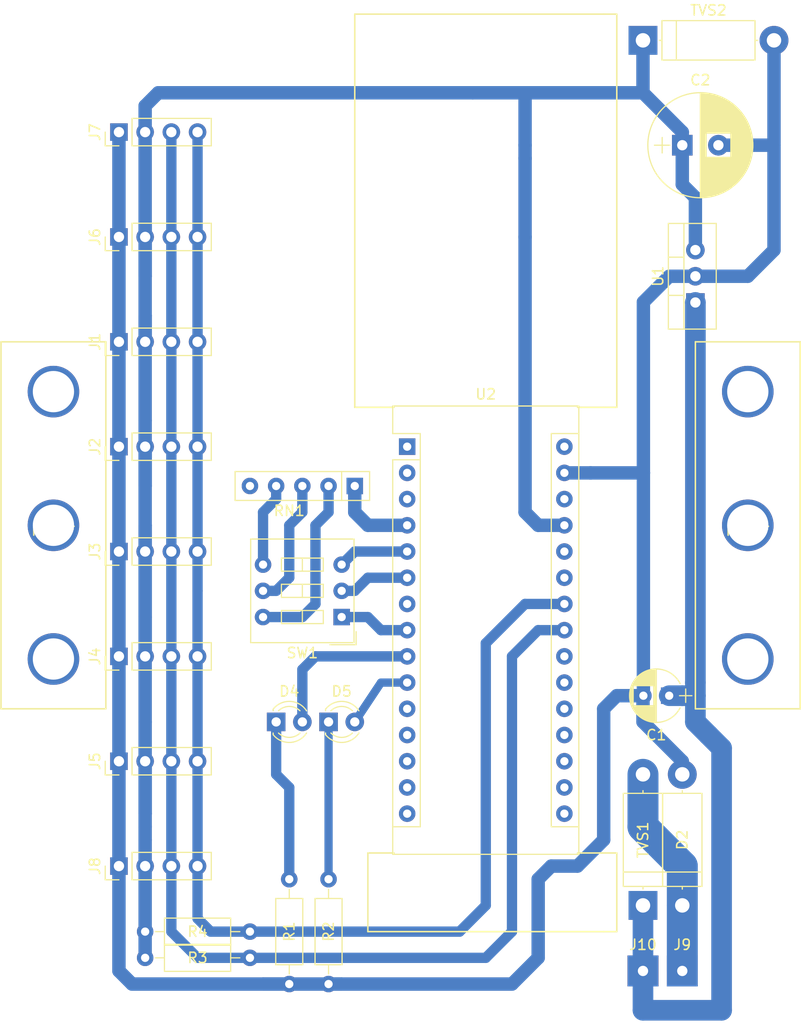
<source format=kicad_pcb>
(kicad_pcb (version 4) (host pcbnew 4.0.7)

  (general
    (links 63)
    (no_connects 1)
    (area 129.064999 65.765 207.485001 165.230002)
    (thickness 1.6)
    (drawings 6)
    (tracks 165)
    (zones 0)
    (modules 27)
    (nets 38)
  )

  (page A4)
  (layers
    (0 F.Cu signal)
    (31 B.Cu signal)
    (32 B.Adhes user)
    (33 F.Adhes user)
    (34 B.Paste user)
    (35 F.Paste user)
    (36 B.SilkS user)
    (37 F.SilkS user)
    (38 B.Mask user)
    (39 F.Mask user)
    (40 Dwgs.User user)
    (41 Cmts.User user)
    (42 Eco1.User user)
    (43 Eco2.User user)
    (44 Edge.Cuts user)
    (45 Margin user)
    (46 B.CrtYd user)
    (47 F.CrtYd user)
    (48 B.Fab user)
    (49 F.Fab user)
  )

  (setup
    (last_trace_width 1)
    (user_trace_width 1)
    (user_trace_width 2)
    (user_trace_width 3)
    (trace_clearance 0.4)
    (zone_clearance 0.508)
    (zone_45_only yes)
    (trace_min 0.2)
    (segment_width 0.2)
    (edge_width 0.15)
    (via_size 0.6)
    (via_drill 0.4)
    (via_min_size 0.4)
    (via_min_drill 0.3)
    (uvia_size 0.3)
    (uvia_drill 0.1)
    (uvias_allowed no)
    (uvia_min_size 0.2)
    (uvia_min_drill 0.1)
    (pcb_text_width 0.3)
    (pcb_text_size 1.5 1.5)
    (mod_edge_width 0.15)
    (mod_text_size 1 1)
    (mod_text_width 0.15)
    (pad_size 1.6 1.6)
    (pad_drill 0.8)
    (pad_to_mask_clearance 0.2)
    (aux_axis_origin 0 0)
    (visible_elements 7FFFFFFF)
    (pcbplotparams
      (layerselection 0x00030_80000001)
      (usegerberextensions false)
      (excludeedgelayer true)
      (linewidth 0.100000)
      (plotframeref false)
      (viasonmask false)
      (mode 1)
      (useauxorigin false)
      (hpglpennumber 1)
      (hpglpenspeed 20)
      (hpglpendiameter 15)
      (hpglpenoverlay 2)
      (psnegative false)
      (psa4output false)
      (plotreference true)
      (plotvalue true)
      (plotinvisibletext false)
      (padsonsilk false)
      (subtractmaskfromsilk false)
      (outputformat 1)
      (mirror false)
      (drillshape 0)
      (scaleselection 1)
      (outputdirectory ""))
  )

  (net 0 "")
  (net 1 GND)
  (net 2 +5V)
  (net 3 SDA)
  (net 4 SCL)
  (net 5 "Net-(U2-Pad1)")
  (net 6 "Net-(U2-Pad17)")
  (net 7 "Net-(U2-Pad2)")
  (net 8 "Net-(U2-Pad18)")
  (net 9 "Net-(U2-Pad3)")
  (net 10 "Net-(U2-Pad19)")
  (net 11 "Net-(U2-Pad20)")
  (net 12 "Net-(U2-Pad21)")
  (net 13 "Net-(U2-Pad22)")
  (net 14 "Net-(U2-Pad25)")
  (net 15 "Net-(U2-Pad26)")
  (net 16 "Net-(U2-Pad11)")
  (net 17 "Net-(U2-Pad28)")
  (net 18 "Net-(U2-Pad13)")
  (net 19 "Net-(U2-Pad30)")
  (net 20 "Net-(U2-Pad15)")
  (net 21 "Net-(U2-Pad16)")
  (net 22 "Net-(U2-Pad12)")
  (net 23 "Net-(U2-Pad14)")
  (net 24 "Net-(C1-Pad1)")
  (net 25 "Net-(RN1-Pad2)")
  (net 26 "Net-(RN1-Pad3)")
  (net 27 "Net-(RN1-Pad4)")
  (net 28 "Net-(RN1-Pad5)")
  (net 29 "Net-(SW1-Pad1)")
  (net 30 "Net-(SW1-Pad2)")
  (net 31 "Net-(SW1-Pad3)")
  (net 32 "Net-(D4-Pad1)")
  (net 33 "Net-(D4-Pad2)")
  (net 34 "Net-(D5-Pad1)")
  (net 35 "Net-(D5-Pad2)")
  (net 36 "Net-(D2-Pad1)")
  (net 37 "Net-(U2-Pad7)")

  (net_class Default "Toto je výchozí třída sítě."
    (clearance 0.4)
    (trace_width 1)
    (via_dia 0.6)
    (via_drill 0.4)
    (uvia_dia 0.3)
    (uvia_drill 0.1)
    (add_net "Net-(C1-Pad1)")
    (add_net "Net-(D2-Pad1)")
    (add_net "Net-(D4-Pad1)")
    (add_net "Net-(D4-Pad2)")
    (add_net "Net-(D5-Pad1)")
    (add_net "Net-(D5-Pad2)")
    (add_net "Net-(RN1-Pad2)")
    (add_net "Net-(RN1-Pad3)")
    (add_net "Net-(RN1-Pad4)")
    (add_net "Net-(RN1-Pad5)")
    (add_net "Net-(SW1-Pad1)")
    (add_net "Net-(SW1-Pad2)")
    (add_net "Net-(SW1-Pad3)")
    (add_net "Net-(U2-Pad1)")
    (add_net "Net-(U2-Pad11)")
    (add_net "Net-(U2-Pad12)")
    (add_net "Net-(U2-Pad13)")
    (add_net "Net-(U2-Pad14)")
    (add_net "Net-(U2-Pad15)")
    (add_net "Net-(U2-Pad16)")
    (add_net "Net-(U2-Pad17)")
    (add_net "Net-(U2-Pad18)")
    (add_net "Net-(U2-Pad19)")
    (add_net "Net-(U2-Pad2)")
    (add_net "Net-(U2-Pad20)")
    (add_net "Net-(U2-Pad21)")
    (add_net "Net-(U2-Pad22)")
    (add_net "Net-(U2-Pad25)")
    (add_net "Net-(U2-Pad26)")
    (add_net "Net-(U2-Pad28)")
    (add_net "Net-(U2-Pad3)")
    (add_net "Net-(U2-Pad30)")
    (add_net "Net-(U2-Pad7)")
  )

  (net_class Power ""
    (clearance 0.4)
    (trace_width 1.3)
    (via_dia 0.6)
    (via_drill 0.4)
    (uvia_dia 0.3)
    (uvia_drill 0.1)
    (add_net +5V)
    (add_net GND)
  )

  (net_class Signal ""
    (clearance 0.4)
    (trace_width 1)
    (via_dia 0.6)
    (via_drill 0.4)
    (uvia_dia 0.3)
    (uvia_drill 0.1)
    (add_net SCL)
    (add_net SDA)
  )

  (module konektory:DIN_Drziak (layer F.Cu) (tedit 5A86E620) (tstamp 5A898323)
    (at 201.93 116.84)
    (fp_text reference REF** (at 0 0.5) (layer F.SilkS)
      (effects (font (size 1 1) (thickness 0.15)))
    )
    (fp_text value DIN_Drziak (at 0 -0.5) (layer F.Fab)
      (effects (font (size 1 1) (thickness 0.15)))
    )
    (fp_line (start -5.08 17.78) (end -5.08 -17.78) (layer F.SilkS) (width 0.15))
    (fp_line (start 5.08 17.78) (end -5.08 17.78) (layer F.SilkS) (width 0.15))
    (fp_line (start 5.08 -17.78) (end 5.08 17.78) (layer F.SilkS) (width 0.15))
    (fp_line (start -5.08 -17.78) (end 5.08 -17.78) (layer F.SilkS) (width 0.15))
    (pad 1 thru_hole circle (at 0 0) (size 5 5) (drill 4) (layers *.Cu *.Mask))
    (pad 1 thru_hole circle (at 0 -12.954) (size 5 5) (drill 4) (layers *.Cu *.Mask))
    (pad 1 thru_hole circle (at 0 12.954) (size 5 5) (drill 4) (layers *.Cu *.Mask))
  )

  (module Pin_Headers:Pin_Header_Straight_1x04_Pitch2.54mm (layer F.Cu) (tedit 59650532) (tstamp 5A85EFF0)
    (at 140.97 99.06 90)
    (descr "Through hole straight pin header, 1x04, 2.54mm pitch, single row")
    (tags "Through hole pin header THT 1x04 2.54mm single row")
    (path /5A85EC2B)
    (fp_text reference J1 (at 0 -2.33 90) (layer F.SilkS)
      (effects (font (size 1 1) (thickness 0.15)))
    )
    (fp_text value Conn_01x04_Male (at 0 9.95 90) (layer F.Fab)
      (effects (font (size 1 1) (thickness 0.15)))
    )
    (fp_line (start -0.635 -1.27) (end 1.27 -1.27) (layer F.Fab) (width 0.1))
    (fp_line (start 1.27 -1.27) (end 1.27 8.89) (layer F.Fab) (width 0.1))
    (fp_line (start 1.27 8.89) (end -1.27 8.89) (layer F.Fab) (width 0.1))
    (fp_line (start -1.27 8.89) (end -1.27 -0.635) (layer F.Fab) (width 0.1))
    (fp_line (start -1.27 -0.635) (end -0.635 -1.27) (layer F.Fab) (width 0.1))
    (fp_line (start -1.33 8.95) (end 1.33 8.95) (layer F.SilkS) (width 0.12))
    (fp_line (start -1.33 1.27) (end -1.33 8.95) (layer F.SilkS) (width 0.12))
    (fp_line (start 1.33 1.27) (end 1.33 8.95) (layer F.SilkS) (width 0.12))
    (fp_line (start -1.33 1.27) (end 1.33 1.27) (layer F.SilkS) (width 0.12))
    (fp_line (start -1.33 0) (end -1.33 -1.33) (layer F.SilkS) (width 0.12))
    (fp_line (start -1.33 -1.33) (end 0 -1.33) (layer F.SilkS) (width 0.12))
    (fp_line (start -1.8 -1.8) (end -1.8 9.4) (layer F.CrtYd) (width 0.05))
    (fp_line (start -1.8 9.4) (end 1.8 9.4) (layer F.CrtYd) (width 0.05))
    (fp_line (start 1.8 9.4) (end 1.8 -1.8) (layer F.CrtYd) (width 0.05))
    (fp_line (start 1.8 -1.8) (end -1.8 -1.8) (layer F.CrtYd) (width 0.05))
    (fp_text user %R (at 0 3.81 180) (layer F.Fab)
      (effects (font (size 1 1) (thickness 0.15)))
    )
    (pad 1 thru_hole rect (at 0 0 90) (size 1.7 1.7) (drill 1) (layers *.Cu *.Mask)
      (net 1 GND))
    (pad 2 thru_hole oval (at 0 2.54 90) (size 1.7 1.7) (drill 1) (layers *.Cu *.Mask)
      (net 2 +5V))
    (pad 3 thru_hole oval (at 0 5.08 90) (size 1.7 1.7) (drill 1) (layers *.Cu *.Mask)
      (net 3 SDA))
    (pad 4 thru_hole oval (at 0 7.62 90) (size 1.7 1.7) (drill 1) (layers *.Cu *.Mask)
      (net 4 SCL))
    (model ${KISYS3DMOD}/Pin_Headers.3dshapes/Pin_Header_Straight_1x04_Pitch2.54mm.wrl
      (at (xyz 0 0 0))
      (scale (xyz 1 1 1))
      (rotate (xyz 0 0 0))
    )
  )

  (module Pin_Headers:Pin_Header_Straight_1x04_Pitch2.54mm (layer F.Cu) (tedit 59650532) (tstamp 5A85EFF8)
    (at 140.97 109.22 90)
    (descr "Through hole straight pin header, 1x04, 2.54mm pitch, single row")
    (tags "Through hole pin header THT 1x04 2.54mm single row")
    (path /5A85F636)
    (fp_text reference J2 (at 0 -2.33 90) (layer F.SilkS)
      (effects (font (size 1 1) (thickness 0.15)))
    )
    (fp_text value Conn_01x04_Male (at 0 9.95 90) (layer F.Fab)
      (effects (font (size 1 1) (thickness 0.15)))
    )
    (fp_line (start -0.635 -1.27) (end 1.27 -1.27) (layer F.Fab) (width 0.1))
    (fp_line (start 1.27 -1.27) (end 1.27 8.89) (layer F.Fab) (width 0.1))
    (fp_line (start 1.27 8.89) (end -1.27 8.89) (layer F.Fab) (width 0.1))
    (fp_line (start -1.27 8.89) (end -1.27 -0.635) (layer F.Fab) (width 0.1))
    (fp_line (start -1.27 -0.635) (end -0.635 -1.27) (layer F.Fab) (width 0.1))
    (fp_line (start -1.33 8.95) (end 1.33 8.95) (layer F.SilkS) (width 0.12))
    (fp_line (start -1.33 1.27) (end -1.33 8.95) (layer F.SilkS) (width 0.12))
    (fp_line (start 1.33 1.27) (end 1.33 8.95) (layer F.SilkS) (width 0.12))
    (fp_line (start -1.33 1.27) (end 1.33 1.27) (layer F.SilkS) (width 0.12))
    (fp_line (start -1.33 0) (end -1.33 -1.33) (layer F.SilkS) (width 0.12))
    (fp_line (start -1.33 -1.33) (end 0 -1.33) (layer F.SilkS) (width 0.12))
    (fp_line (start -1.8 -1.8) (end -1.8 9.4) (layer F.CrtYd) (width 0.05))
    (fp_line (start -1.8 9.4) (end 1.8 9.4) (layer F.CrtYd) (width 0.05))
    (fp_line (start 1.8 9.4) (end 1.8 -1.8) (layer F.CrtYd) (width 0.05))
    (fp_line (start 1.8 -1.8) (end -1.8 -1.8) (layer F.CrtYd) (width 0.05))
    (fp_text user %R (at 0 3.81 180) (layer F.Fab)
      (effects (font (size 1 1) (thickness 0.15)))
    )
    (pad 1 thru_hole rect (at 0 0 90) (size 1.7 1.7) (drill 1) (layers *.Cu *.Mask)
      (net 1 GND))
    (pad 2 thru_hole oval (at 0 2.54 90) (size 1.7 1.7) (drill 1) (layers *.Cu *.Mask)
      (net 2 +5V))
    (pad 3 thru_hole oval (at 0 5.08 90) (size 1.7 1.7) (drill 1) (layers *.Cu *.Mask)
      (net 3 SDA))
    (pad 4 thru_hole oval (at 0 7.62 90) (size 1.7 1.7) (drill 1) (layers *.Cu *.Mask)
      (net 4 SCL))
    (model ${KISYS3DMOD}/Pin_Headers.3dshapes/Pin_Header_Straight_1x04_Pitch2.54mm.wrl
      (at (xyz 0 0 0))
      (scale (xyz 1 1 1))
      (rotate (xyz 0 0 0))
    )
  )

  (module Pin_Headers:Pin_Header_Straight_1x04_Pitch2.54mm (layer F.Cu) (tedit 59650532) (tstamp 5A85F000)
    (at 140.97 119.38 90)
    (descr "Through hole straight pin header, 1x04, 2.54mm pitch, single row")
    (tags "Through hole pin header THT 1x04 2.54mm single row")
    (path /5A85F765)
    (fp_text reference J3 (at 0 -2.33 90) (layer F.SilkS)
      (effects (font (size 1 1) (thickness 0.15)))
    )
    (fp_text value Conn_01x04_Male (at 0 9.95 90) (layer F.Fab)
      (effects (font (size 1 1) (thickness 0.15)))
    )
    (fp_line (start -0.635 -1.27) (end 1.27 -1.27) (layer F.Fab) (width 0.1))
    (fp_line (start 1.27 -1.27) (end 1.27 8.89) (layer F.Fab) (width 0.1))
    (fp_line (start 1.27 8.89) (end -1.27 8.89) (layer F.Fab) (width 0.1))
    (fp_line (start -1.27 8.89) (end -1.27 -0.635) (layer F.Fab) (width 0.1))
    (fp_line (start -1.27 -0.635) (end -0.635 -1.27) (layer F.Fab) (width 0.1))
    (fp_line (start -1.33 8.95) (end 1.33 8.95) (layer F.SilkS) (width 0.12))
    (fp_line (start -1.33 1.27) (end -1.33 8.95) (layer F.SilkS) (width 0.12))
    (fp_line (start 1.33 1.27) (end 1.33 8.95) (layer F.SilkS) (width 0.12))
    (fp_line (start -1.33 1.27) (end 1.33 1.27) (layer F.SilkS) (width 0.12))
    (fp_line (start -1.33 0) (end -1.33 -1.33) (layer F.SilkS) (width 0.12))
    (fp_line (start -1.33 -1.33) (end 0 -1.33) (layer F.SilkS) (width 0.12))
    (fp_line (start -1.8 -1.8) (end -1.8 9.4) (layer F.CrtYd) (width 0.05))
    (fp_line (start -1.8 9.4) (end 1.8 9.4) (layer F.CrtYd) (width 0.05))
    (fp_line (start 1.8 9.4) (end 1.8 -1.8) (layer F.CrtYd) (width 0.05))
    (fp_line (start 1.8 -1.8) (end -1.8 -1.8) (layer F.CrtYd) (width 0.05))
    (fp_text user %R (at 0 3.81 180) (layer F.Fab)
      (effects (font (size 1 1) (thickness 0.15)))
    )
    (pad 1 thru_hole rect (at 0 0 90) (size 1.7 1.7) (drill 1) (layers *.Cu *.Mask)
      (net 1 GND))
    (pad 2 thru_hole oval (at 0 2.54 90) (size 1.7 1.7) (drill 1) (layers *.Cu *.Mask)
      (net 2 +5V))
    (pad 3 thru_hole oval (at 0 5.08 90) (size 1.7 1.7) (drill 1) (layers *.Cu *.Mask)
      (net 3 SDA))
    (pad 4 thru_hole oval (at 0 7.62 90) (size 1.7 1.7) (drill 1) (layers *.Cu *.Mask)
      (net 4 SCL))
    (model ${KISYS3DMOD}/Pin_Headers.3dshapes/Pin_Header_Straight_1x04_Pitch2.54mm.wrl
      (at (xyz 0 0 0))
      (scale (xyz 1 1 1))
      (rotate (xyz 0 0 0))
    )
  )

  (module Pin_Headers:Pin_Header_Straight_1x04_Pitch2.54mm (layer F.Cu) (tedit 59650532) (tstamp 5A85F008)
    (at 140.97 129.54 90)
    (descr "Through hole straight pin header, 1x04, 2.54mm pitch, single row")
    (tags "Through hole pin header THT 1x04 2.54mm single row")
    (path /5A85F773)
    (fp_text reference J4 (at 0 -2.33 90) (layer F.SilkS)
      (effects (font (size 1 1) (thickness 0.15)))
    )
    (fp_text value Conn_01x04_Male (at 0 9.95 90) (layer F.Fab)
      (effects (font (size 1 1) (thickness 0.15)))
    )
    (fp_line (start -0.635 -1.27) (end 1.27 -1.27) (layer F.Fab) (width 0.1))
    (fp_line (start 1.27 -1.27) (end 1.27 8.89) (layer F.Fab) (width 0.1))
    (fp_line (start 1.27 8.89) (end -1.27 8.89) (layer F.Fab) (width 0.1))
    (fp_line (start -1.27 8.89) (end -1.27 -0.635) (layer F.Fab) (width 0.1))
    (fp_line (start -1.27 -0.635) (end -0.635 -1.27) (layer F.Fab) (width 0.1))
    (fp_line (start -1.33 8.95) (end 1.33 8.95) (layer F.SilkS) (width 0.12))
    (fp_line (start -1.33 1.27) (end -1.33 8.95) (layer F.SilkS) (width 0.12))
    (fp_line (start 1.33 1.27) (end 1.33 8.95) (layer F.SilkS) (width 0.12))
    (fp_line (start -1.33 1.27) (end 1.33 1.27) (layer F.SilkS) (width 0.12))
    (fp_line (start -1.33 0) (end -1.33 -1.33) (layer F.SilkS) (width 0.12))
    (fp_line (start -1.33 -1.33) (end 0 -1.33) (layer F.SilkS) (width 0.12))
    (fp_line (start -1.8 -1.8) (end -1.8 9.4) (layer F.CrtYd) (width 0.05))
    (fp_line (start -1.8 9.4) (end 1.8 9.4) (layer F.CrtYd) (width 0.05))
    (fp_line (start 1.8 9.4) (end 1.8 -1.8) (layer F.CrtYd) (width 0.05))
    (fp_line (start 1.8 -1.8) (end -1.8 -1.8) (layer F.CrtYd) (width 0.05))
    (fp_text user %R (at 0 3.81 180) (layer F.Fab)
      (effects (font (size 1 1) (thickness 0.15)))
    )
    (pad 1 thru_hole rect (at 0 0 90) (size 1.7 1.7) (drill 1) (layers *.Cu *.Mask)
      (net 1 GND))
    (pad 2 thru_hole oval (at 0 2.54 90) (size 1.7 1.7) (drill 1) (layers *.Cu *.Mask)
      (net 2 +5V))
    (pad 3 thru_hole oval (at 0 5.08 90) (size 1.7 1.7) (drill 1) (layers *.Cu *.Mask)
      (net 3 SDA))
    (pad 4 thru_hole oval (at 0 7.62 90) (size 1.7 1.7) (drill 1) (layers *.Cu *.Mask)
      (net 4 SCL))
    (model ${KISYS3DMOD}/Pin_Headers.3dshapes/Pin_Header_Straight_1x04_Pitch2.54mm.wrl
      (at (xyz 0 0 0))
      (scale (xyz 1 1 1))
      (rotate (xyz 0 0 0))
    )
  )

  (module Pin_Headers:Pin_Header_Straight_1x04_Pitch2.54mm (layer F.Cu) (tedit 59650532) (tstamp 5A85F010)
    (at 140.97 139.7 90)
    (descr "Through hole straight pin header, 1x04, 2.54mm pitch, single row")
    (tags "Through hole pin header THT 1x04 2.54mm single row")
    (path /5A85F88D)
    (fp_text reference J5 (at 0 -2.33 90) (layer F.SilkS)
      (effects (font (size 1 1) (thickness 0.15)))
    )
    (fp_text value Conn_01x04_Male (at 0 9.95 90) (layer F.Fab)
      (effects (font (size 1 1) (thickness 0.15)))
    )
    (fp_line (start -0.635 -1.27) (end 1.27 -1.27) (layer F.Fab) (width 0.1))
    (fp_line (start 1.27 -1.27) (end 1.27 8.89) (layer F.Fab) (width 0.1))
    (fp_line (start 1.27 8.89) (end -1.27 8.89) (layer F.Fab) (width 0.1))
    (fp_line (start -1.27 8.89) (end -1.27 -0.635) (layer F.Fab) (width 0.1))
    (fp_line (start -1.27 -0.635) (end -0.635 -1.27) (layer F.Fab) (width 0.1))
    (fp_line (start -1.33 8.95) (end 1.33 8.95) (layer F.SilkS) (width 0.12))
    (fp_line (start -1.33 1.27) (end -1.33 8.95) (layer F.SilkS) (width 0.12))
    (fp_line (start 1.33 1.27) (end 1.33 8.95) (layer F.SilkS) (width 0.12))
    (fp_line (start -1.33 1.27) (end 1.33 1.27) (layer F.SilkS) (width 0.12))
    (fp_line (start -1.33 0) (end -1.33 -1.33) (layer F.SilkS) (width 0.12))
    (fp_line (start -1.33 -1.33) (end 0 -1.33) (layer F.SilkS) (width 0.12))
    (fp_line (start -1.8 -1.8) (end -1.8 9.4) (layer F.CrtYd) (width 0.05))
    (fp_line (start -1.8 9.4) (end 1.8 9.4) (layer F.CrtYd) (width 0.05))
    (fp_line (start 1.8 9.4) (end 1.8 -1.8) (layer F.CrtYd) (width 0.05))
    (fp_line (start 1.8 -1.8) (end -1.8 -1.8) (layer F.CrtYd) (width 0.05))
    (fp_text user %R (at 0 3.81 180) (layer F.Fab)
      (effects (font (size 1 1) (thickness 0.15)))
    )
    (pad 1 thru_hole rect (at 0 0 90) (size 1.7 1.7) (drill 1) (layers *.Cu *.Mask)
      (net 1 GND))
    (pad 2 thru_hole oval (at 0 2.54 90) (size 1.7 1.7) (drill 1) (layers *.Cu *.Mask)
      (net 2 +5V))
    (pad 3 thru_hole oval (at 0 5.08 90) (size 1.7 1.7) (drill 1) (layers *.Cu *.Mask)
      (net 3 SDA))
    (pad 4 thru_hole oval (at 0 7.62 90) (size 1.7 1.7) (drill 1) (layers *.Cu *.Mask)
      (net 4 SCL))
    (model ${KISYS3DMOD}/Pin_Headers.3dshapes/Pin_Header_Straight_1x04_Pitch2.54mm.wrl
      (at (xyz 0 0 0))
      (scale (xyz 1 1 1))
      (rotate (xyz 0 0 0))
    )
  )

  (module Pin_Headers:Pin_Header_Straight_1x04_Pitch2.54mm (layer F.Cu) (tedit 59650532) (tstamp 5A85F018)
    (at 140.97 88.9 90)
    (descr "Through hole straight pin header, 1x04, 2.54mm pitch, single row")
    (tags "Through hole pin header THT 1x04 2.54mm single row")
    (path /5A85F89B)
    (fp_text reference J6 (at 0 -2.33 90) (layer F.SilkS)
      (effects (font (size 1 1) (thickness 0.15)))
    )
    (fp_text value Conn_01x04_Male (at 0 9.95 90) (layer F.Fab)
      (effects (font (size 1 1) (thickness 0.15)))
    )
    (fp_line (start -0.635 -1.27) (end 1.27 -1.27) (layer F.Fab) (width 0.1))
    (fp_line (start 1.27 -1.27) (end 1.27 8.89) (layer F.Fab) (width 0.1))
    (fp_line (start 1.27 8.89) (end -1.27 8.89) (layer F.Fab) (width 0.1))
    (fp_line (start -1.27 8.89) (end -1.27 -0.635) (layer F.Fab) (width 0.1))
    (fp_line (start -1.27 -0.635) (end -0.635 -1.27) (layer F.Fab) (width 0.1))
    (fp_line (start -1.33 8.95) (end 1.33 8.95) (layer F.SilkS) (width 0.12))
    (fp_line (start -1.33 1.27) (end -1.33 8.95) (layer F.SilkS) (width 0.12))
    (fp_line (start 1.33 1.27) (end 1.33 8.95) (layer F.SilkS) (width 0.12))
    (fp_line (start -1.33 1.27) (end 1.33 1.27) (layer F.SilkS) (width 0.12))
    (fp_line (start -1.33 0) (end -1.33 -1.33) (layer F.SilkS) (width 0.12))
    (fp_line (start -1.33 -1.33) (end 0 -1.33) (layer F.SilkS) (width 0.12))
    (fp_line (start -1.8 -1.8) (end -1.8 9.4) (layer F.CrtYd) (width 0.05))
    (fp_line (start -1.8 9.4) (end 1.8 9.4) (layer F.CrtYd) (width 0.05))
    (fp_line (start 1.8 9.4) (end 1.8 -1.8) (layer F.CrtYd) (width 0.05))
    (fp_line (start 1.8 -1.8) (end -1.8 -1.8) (layer F.CrtYd) (width 0.05))
    (fp_text user %R (at 0 3.81 180) (layer F.Fab)
      (effects (font (size 1 1) (thickness 0.15)))
    )
    (pad 1 thru_hole rect (at 0 0 90) (size 1.7 1.7) (drill 1) (layers *.Cu *.Mask)
      (net 1 GND))
    (pad 2 thru_hole oval (at 0 2.54 90) (size 1.7 1.7) (drill 1) (layers *.Cu *.Mask)
      (net 2 +5V))
    (pad 3 thru_hole oval (at 0 5.08 90) (size 1.7 1.7) (drill 1) (layers *.Cu *.Mask)
      (net 3 SDA))
    (pad 4 thru_hole oval (at 0 7.62 90) (size 1.7 1.7) (drill 1) (layers *.Cu *.Mask)
      (net 4 SCL))
    (model ${KISYS3DMOD}/Pin_Headers.3dshapes/Pin_Header_Straight_1x04_Pitch2.54mm.wrl
      (at (xyz 0 0 0))
      (scale (xyz 1 1 1))
      (rotate (xyz 0 0 0))
    )
  )

  (module Pin_Headers:Pin_Header_Straight_1x04_Pitch2.54mm (layer F.Cu) (tedit 59650532) (tstamp 5A85F020)
    (at 140.97 78.74 90)
    (descr "Through hole straight pin header, 1x04, 2.54mm pitch, single row")
    (tags "Through hole pin header THT 1x04 2.54mm single row")
    (path /5A85F8A9)
    (fp_text reference J7 (at 0 -2.33 90) (layer F.SilkS)
      (effects (font (size 1 1) (thickness 0.15)))
    )
    (fp_text value Conn_01x04_Male (at 0 9.95 90) (layer F.Fab)
      (effects (font (size 1 1) (thickness 0.15)))
    )
    (fp_line (start -0.635 -1.27) (end 1.27 -1.27) (layer F.Fab) (width 0.1))
    (fp_line (start 1.27 -1.27) (end 1.27 8.89) (layer F.Fab) (width 0.1))
    (fp_line (start 1.27 8.89) (end -1.27 8.89) (layer F.Fab) (width 0.1))
    (fp_line (start -1.27 8.89) (end -1.27 -0.635) (layer F.Fab) (width 0.1))
    (fp_line (start -1.27 -0.635) (end -0.635 -1.27) (layer F.Fab) (width 0.1))
    (fp_line (start -1.33 8.95) (end 1.33 8.95) (layer F.SilkS) (width 0.12))
    (fp_line (start -1.33 1.27) (end -1.33 8.95) (layer F.SilkS) (width 0.12))
    (fp_line (start 1.33 1.27) (end 1.33 8.95) (layer F.SilkS) (width 0.12))
    (fp_line (start -1.33 1.27) (end 1.33 1.27) (layer F.SilkS) (width 0.12))
    (fp_line (start -1.33 0) (end -1.33 -1.33) (layer F.SilkS) (width 0.12))
    (fp_line (start -1.33 -1.33) (end 0 -1.33) (layer F.SilkS) (width 0.12))
    (fp_line (start -1.8 -1.8) (end -1.8 9.4) (layer F.CrtYd) (width 0.05))
    (fp_line (start -1.8 9.4) (end 1.8 9.4) (layer F.CrtYd) (width 0.05))
    (fp_line (start 1.8 9.4) (end 1.8 -1.8) (layer F.CrtYd) (width 0.05))
    (fp_line (start 1.8 -1.8) (end -1.8 -1.8) (layer F.CrtYd) (width 0.05))
    (fp_text user %R (at 0 3.81 180) (layer F.Fab)
      (effects (font (size 1 1) (thickness 0.15)))
    )
    (pad 1 thru_hole rect (at 0 0 90) (size 1.7 1.7) (drill 1) (layers *.Cu *.Mask)
      (net 1 GND))
    (pad 2 thru_hole oval (at 0 2.54 90) (size 1.7 1.7) (drill 1) (layers *.Cu *.Mask)
      (net 2 +5V))
    (pad 3 thru_hole oval (at 0 5.08 90) (size 1.7 1.7) (drill 1) (layers *.Cu *.Mask)
      (net 3 SDA))
    (pad 4 thru_hole oval (at 0 7.62 90) (size 1.7 1.7) (drill 1) (layers *.Cu *.Mask)
      (net 4 SCL))
    (model ${KISYS3DMOD}/Pin_Headers.3dshapes/Pin_Header_Straight_1x04_Pitch2.54mm.wrl
      (at (xyz 0 0 0))
      (scale (xyz 1 1 1))
      (rotate (xyz 0 0 0))
    )
  )

  (module Pin_Headers:Pin_Header_Straight_1x04_Pitch2.54mm (layer F.Cu) (tedit 59650532) (tstamp 5A85F028)
    (at 140.97 149.86 90)
    (descr "Through hole straight pin header, 1x04, 2.54mm pitch, single row")
    (tags "Through hole pin header THT 1x04 2.54mm single row")
    (path /5A85F8B7)
    (fp_text reference J8 (at 0 -2.33 90) (layer F.SilkS)
      (effects (font (size 1 1) (thickness 0.15)))
    )
    (fp_text value Conn_01x04_Male (at 0 9.95 90) (layer F.Fab)
      (effects (font (size 1 1) (thickness 0.15)))
    )
    (fp_line (start -0.635 -1.27) (end 1.27 -1.27) (layer F.Fab) (width 0.1))
    (fp_line (start 1.27 -1.27) (end 1.27 8.89) (layer F.Fab) (width 0.1))
    (fp_line (start 1.27 8.89) (end -1.27 8.89) (layer F.Fab) (width 0.1))
    (fp_line (start -1.27 8.89) (end -1.27 -0.635) (layer F.Fab) (width 0.1))
    (fp_line (start -1.27 -0.635) (end -0.635 -1.27) (layer F.Fab) (width 0.1))
    (fp_line (start -1.33 8.95) (end 1.33 8.95) (layer F.SilkS) (width 0.12))
    (fp_line (start -1.33 1.27) (end -1.33 8.95) (layer F.SilkS) (width 0.12))
    (fp_line (start 1.33 1.27) (end 1.33 8.95) (layer F.SilkS) (width 0.12))
    (fp_line (start -1.33 1.27) (end 1.33 1.27) (layer F.SilkS) (width 0.12))
    (fp_line (start -1.33 0) (end -1.33 -1.33) (layer F.SilkS) (width 0.12))
    (fp_line (start -1.33 -1.33) (end 0 -1.33) (layer F.SilkS) (width 0.12))
    (fp_line (start -1.8 -1.8) (end -1.8 9.4) (layer F.CrtYd) (width 0.05))
    (fp_line (start -1.8 9.4) (end 1.8 9.4) (layer F.CrtYd) (width 0.05))
    (fp_line (start 1.8 9.4) (end 1.8 -1.8) (layer F.CrtYd) (width 0.05))
    (fp_line (start 1.8 -1.8) (end -1.8 -1.8) (layer F.CrtYd) (width 0.05))
    (fp_text user %R (at 0 3.81 180) (layer F.Fab)
      (effects (font (size 1 1) (thickness 0.15)))
    )
    (pad 1 thru_hole rect (at 0 0 90) (size 1.7 1.7) (drill 1) (layers *.Cu *.Mask)
      (net 1 GND))
    (pad 2 thru_hole oval (at 0 2.54 90) (size 1.7 1.7) (drill 1) (layers *.Cu *.Mask)
      (net 2 +5V))
    (pad 3 thru_hole oval (at 0 5.08 90) (size 1.7 1.7) (drill 1) (layers *.Cu *.Mask)
      (net 3 SDA))
    (pad 4 thru_hole oval (at 0 7.62 90) (size 1.7 1.7) (drill 1) (layers *.Cu *.Mask)
      (net 4 SCL))
    (model ${KISYS3DMOD}/Pin_Headers.3dshapes/Pin_Header_Straight_1x04_Pitch2.54mm.wrl
      (at (xyz 0 0 0))
      (scale (xyz 1 1 1))
      (rotate (xyz 0 0 0))
    )
  )

  (module TO_SOT_Packages_THT:TO-220-3_Vertical (layer F.Cu) (tedit 58CE52AD) (tstamp 5A85F170)
    (at 196.85 95.25 90)
    (descr "TO-220-3, Vertical, RM 2.54mm")
    (tags "TO-220-3 Vertical RM 2.54mm")
    (path /5A85F93B)
    (fp_text reference U1 (at 2.54 -3.62 90) (layer F.SilkS)
      (effects (font (size 1 1) (thickness 0.15)))
    )
    (fp_text value LM7805_TO220 (at 2.54 3.92 90) (layer F.Fab)
      (effects (font (size 1 1) (thickness 0.15)))
    )
    (fp_text user %R (at 2.54 -3.62 90) (layer F.Fab)
      (effects (font (size 1 1) (thickness 0.15)))
    )
    (fp_line (start -2.46 -2.5) (end -2.46 1.9) (layer F.Fab) (width 0.1))
    (fp_line (start -2.46 1.9) (end 7.54 1.9) (layer F.Fab) (width 0.1))
    (fp_line (start 7.54 1.9) (end 7.54 -2.5) (layer F.Fab) (width 0.1))
    (fp_line (start 7.54 -2.5) (end -2.46 -2.5) (layer F.Fab) (width 0.1))
    (fp_line (start -2.46 -1.23) (end 7.54 -1.23) (layer F.Fab) (width 0.1))
    (fp_line (start 0.69 -2.5) (end 0.69 -1.23) (layer F.Fab) (width 0.1))
    (fp_line (start 4.39 -2.5) (end 4.39 -1.23) (layer F.Fab) (width 0.1))
    (fp_line (start -2.58 -2.62) (end 7.66 -2.62) (layer F.SilkS) (width 0.12))
    (fp_line (start -2.58 2.021) (end 7.66 2.021) (layer F.SilkS) (width 0.12))
    (fp_line (start -2.58 -2.62) (end -2.58 2.021) (layer F.SilkS) (width 0.12))
    (fp_line (start 7.66 -2.62) (end 7.66 2.021) (layer F.SilkS) (width 0.12))
    (fp_line (start -2.58 -1.11) (end 7.66 -1.11) (layer F.SilkS) (width 0.12))
    (fp_line (start 0.69 -2.62) (end 0.69 -1.11) (layer F.SilkS) (width 0.12))
    (fp_line (start 4.391 -2.62) (end 4.391 -1.11) (layer F.SilkS) (width 0.12))
    (fp_line (start -2.71 -2.75) (end -2.71 2.16) (layer F.CrtYd) (width 0.05))
    (fp_line (start -2.71 2.16) (end 7.79 2.16) (layer F.CrtYd) (width 0.05))
    (fp_line (start 7.79 2.16) (end 7.79 -2.75) (layer F.CrtYd) (width 0.05))
    (fp_line (start 7.79 -2.75) (end -2.71 -2.75) (layer F.CrtYd) (width 0.05))
    (pad 1 thru_hole rect (at 0 0 90) (size 1.8 1.8) (drill 1) (layers *.Cu *.Mask)
      (net 24 "Net-(C1-Pad1)"))
    (pad 2 thru_hole oval (at 2.54 0 90) (size 1.8 1.8) (drill 1) (layers *.Cu *.Mask)
      (net 1 GND))
    (pad 3 thru_hole oval (at 5.08 0 90) (size 1.8 1.8) (drill 1) (layers *.Cu *.Mask)
      (net 2 +5V))
    (model ${KISYS3DMOD}/TO_SOT_Packages_THT.3dshapes/TO-220-3_Vertical.wrl
      (at (xyz 0.1 0 0))
      (scale (xyz 0.393701 0.393701 0.393701))
      (rotate (xyz 0 0 0))
    )
  )

  (module konektory:MSK-5.08_terminal (layer F.Cu) (tedit 5A8703BA) (tstamp 5A860347)
    (at 193.04 158.75)
    (path /5A8601E6)
    (fp_text reference J10 (at -1.27 -1.27) (layer F.SilkS)
      (effects (font (size 1 1) (thickness 0.15)))
    )
    (fp_text value Conn_01x01 (at 0 -0.5) (layer F.Fab)
      (effects (font (size 1 1) (thickness 0.15)))
    )
    (pad 1 thru_hole rect (at -1.27 1.27) (size 3 3) (drill 1) (layers *.Mask B.Cu)
      (net 24 "Net-(C1-Pad1)"))
  )

  (module konektory:MSK-5.08_terminal (layer F.Cu) (tedit 5A8703B4) (tstamp 5A860385)
    (at 196.85 158.75)
    (path /5A8601A3)
    (fp_text reference J9 (at -1.27 -1.27) (layer F.SilkS)
      (effects (font (size 1 1) (thickness 0.15)))
    )
    (fp_text value Conn_01x01 (at 0 -0.5) (layer F.Fab)
      (effects (font (size 1 1) (thickness 0.15)))
    )
    (pad 1 thru_hole rect (at -1.27 1.27) (size 3 3) (drill 1) (layers *.Mask B.Cu)
      (net 36 "Net-(D2-Pad1)"))
  )

  (module Diodes_THT:D_5W_P12.70mm_Horizontal (layer F.Cu) (tedit 5A86F949) (tstamp 5A86AC95)
    (at 195.58 153.67 90)
    (descr "D, 5W series, Axial, Horizontal, pin pitch=12.7mm, , length*diameter=8.9*3.7mm^2, , http://www.diodes.com/_files/packages/8686949.gif")
    (tags "D 5W series Axial Horizontal pin pitch 12.7mm  length 8.9mm diameter 3.7mm")
    (path /5A86B23A)
    (fp_text reference D2 (at 6.35 0 90) (layer F.SilkS)
      (effects (font (size 1 1) (thickness 0.15)))
    )
    (fp_text value D_Schottky (at 6.35 2.91 90) (layer F.Fab)
      (effects (font (size 1 1) (thickness 0.15)))
    )
    (fp_text user %R (at 6.35 0 90) (layer F.Fab)
      (effects (font (size 1 1) (thickness 0.15)))
    )
    (fp_line (start 1.9 -1.85) (end 1.9 1.85) (layer F.Fab) (width 0.1))
    (fp_line (start 1.9 1.85) (end 10.8 1.85) (layer F.Fab) (width 0.1))
    (fp_line (start 10.8 1.85) (end 10.8 -1.85) (layer F.Fab) (width 0.1))
    (fp_line (start 10.8 -1.85) (end 1.9 -1.85) (layer F.Fab) (width 0.1))
    (fp_line (start 0 0) (end 1.9 0) (layer F.Fab) (width 0.1))
    (fp_line (start 12.7 0) (end 10.8 0) (layer F.Fab) (width 0.1))
    (fp_line (start 3.235 -1.85) (end 3.235 1.85) (layer F.Fab) (width 0.1))
    (fp_line (start 1.84 -1.91) (end 1.84 1.91) (layer F.SilkS) (width 0.12))
    (fp_line (start 1.84 1.91) (end 10.86 1.91) (layer F.SilkS) (width 0.12))
    (fp_line (start 10.86 1.91) (end 10.86 -1.91) (layer F.SilkS) (width 0.12))
    (fp_line (start 10.86 -1.91) (end 1.84 -1.91) (layer F.SilkS) (width 0.12))
    (fp_line (start 1.58 0) (end 1.84 0) (layer F.SilkS) (width 0.12))
    (fp_line (start 11.12 0) (end 10.86 0) (layer F.SilkS) (width 0.12))
    (fp_line (start 3.235 -1.91) (end 3.235 1.91) (layer F.SilkS) (width 0.12))
    (fp_line (start -1.65 -2.2) (end -1.65 2.2) (layer F.CrtYd) (width 0.05))
    (fp_line (start -1.65 2.2) (end 14.35 2.2) (layer F.CrtYd) (width 0.05))
    (fp_line (start 14.35 2.2) (end 14.35 -2.2) (layer F.CrtYd) (width 0.05))
    (fp_line (start 14.35 -2.2) (end -1.65 -2.2) (layer F.CrtYd) (width 0.05))
    (pad 1 thru_hole rect (at 0 0 90) (size 2.8 2.8) (drill 1.4) (layers *.Cu *.Mask)
      (net 36 "Net-(D2-Pad1)"))
    (pad 2 thru_hole oval (at 12.7 0 90) (size 2.8 2.8) (drill 1.4) (layers *.Cu *.Mask)
      (net 1 GND))
    (model ${KISYS3DMOD}/Diodes_THT.3dshapes/D_5W_P12.70mm_Horizontal.wrl
      (at (xyz 0 0 0))
      (scale (xyz 0.393701 0.393701 0.393701))
      (rotate (xyz 0 0 0))
    )
  )

  (module Capacitors_THT:CP_Radial_D10.0mm_P3.50mm (layer F.Cu) (tedit 597BC7C2) (tstamp 5A86B302)
    (at 195.58 80.01)
    (descr "CP, Radial series, Radial, pin pitch=3.50mm, , diameter=10mm, Electrolytic Capacitor")
    (tags "CP Radial series Radial pin pitch 3.50mm  diameter 10mm Electrolytic Capacitor")
    (path /5A86C863)
    (fp_text reference C2 (at 1.75 -6.31) (layer F.SilkS)
      (effects (font (size 1 1) (thickness 0.15)))
    )
    (fp_text value 100uF (at 1.75 6.31) (layer F.Fab)
      (effects (font (size 1 1) (thickness 0.15)))
    )
    (fp_circle (center 1.75 0) (end 6.75 0) (layer F.Fab) (width 0.1))
    (fp_circle (center 1.75 0) (end 6.84 0) (layer F.SilkS) (width 0.12))
    (fp_line (start -2.7 0) (end -1.2 0) (layer F.Fab) (width 0.1))
    (fp_line (start -1.95 -0.75) (end -1.95 0.75) (layer F.Fab) (width 0.1))
    (fp_line (start 1.75 -5.05) (end 1.75 5.05) (layer F.SilkS) (width 0.12))
    (fp_line (start 1.79 -5.05) (end 1.79 5.05) (layer F.SilkS) (width 0.12))
    (fp_line (start 1.83 -5.05) (end 1.83 5.05) (layer F.SilkS) (width 0.12))
    (fp_line (start 1.87 -5.049) (end 1.87 5.049) (layer F.SilkS) (width 0.12))
    (fp_line (start 1.91 -5.048) (end 1.91 5.048) (layer F.SilkS) (width 0.12))
    (fp_line (start 1.95 -5.047) (end 1.95 5.047) (layer F.SilkS) (width 0.12))
    (fp_line (start 1.99 -5.045) (end 1.99 5.045) (layer F.SilkS) (width 0.12))
    (fp_line (start 2.03 -5.043) (end 2.03 5.043) (layer F.SilkS) (width 0.12))
    (fp_line (start 2.07 -5.04) (end 2.07 5.04) (layer F.SilkS) (width 0.12))
    (fp_line (start 2.11 -5.038) (end 2.11 5.038) (layer F.SilkS) (width 0.12))
    (fp_line (start 2.15 -5.035) (end 2.15 5.035) (layer F.SilkS) (width 0.12))
    (fp_line (start 2.19 -5.031) (end 2.19 5.031) (layer F.SilkS) (width 0.12))
    (fp_line (start 2.23 -5.028) (end 2.23 5.028) (layer F.SilkS) (width 0.12))
    (fp_line (start 2.27 -5.024) (end 2.27 5.024) (layer F.SilkS) (width 0.12))
    (fp_line (start 2.31 -5.02) (end 2.31 5.02) (layer F.SilkS) (width 0.12))
    (fp_line (start 2.35 -5.015) (end 2.35 -1.181) (layer F.SilkS) (width 0.12))
    (fp_line (start 2.35 1.181) (end 2.35 5.015) (layer F.SilkS) (width 0.12))
    (fp_line (start 2.39 -5.01) (end 2.39 -1.181) (layer F.SilkS) (width 0.12))
    (fp_line (start 2.39 1.181) (end 2.39 5.01) (layer F.SilkS) (width 0.12))
    (fp_line (start 2.43 -5.005) (end 2.43 -1.181) (layer F.SilkS) (width 0.12))
    (fp_line (start 2.43 1.181) (end 2.43 5.005) (layer F.SilkS) (width 0.12))
    (fp_line (start 2.471 -4.999) (end 2.471 -1.181) (layer F.SilkS) (width 0.12))
    (fp_line (start 2.471 1.181) (end 2.471 4.999) (layer F.SilkS) (width 0.12))
    (fp_line (start 2.511 -4.993) (end 2.511 -1.181) (layer F.SilkS) (width 0.12))
    (fp_line (start 2.511 1.181) (end 2.511 4.993) (layer F.SilkS) (width 0.12))
    (fp_line (start 2.551 -4.987) (end 2.551 -1.181) (layer F.SilkS) (width 0.12))
    (fp_line (start 2.551 1.181) (end 2.551 4.987) (layer F.SilkS) (width 0.12))
    (fp_line (start 2.591 -4.981) (end 2.591 -1.181) (layer F.SilkS) (width 0.12))
    (fp_line (start 2.591 1.181) (end 2.591 4.981) (layer F.SilkS) (width 0.12))
    (fp_line (start 2.631 -4.974) (end 2.631 -1.181) (layer F.SilkS) (width 0.12))
    (fp_line (start 2.631 1.181) (end 2.631 4.974) (layer F.SilkS) (width 0.12))
    (fp_line (start 2.671 -4.967) (end 2.671 -1.181) (layer F.SilkS) (width 0.12))
    (fp_line (start 2.671 1.181) (end 2.671 4.967) (layer F.SilkS) (width 0.12))
    (fp_line (start 2.711 -4.959) (end 2.711 -1.181) (layer F.SilkS) (width 0.12))
    (fp_line (start 2.711 1.181) (end 2.711 4.959) (layer F.SilkS) (width 0.12))
    (fp_line (start 2.751 -4.951) (end 2.751 -1.181) (layer F.SilkS) (width 0.12))
    (fp_line (start 2.751 1.181) (end 2.751 4.951) (layer F.SilkS) (width 0.12))
    (fp_line (start 2.791 -4.943) (end 2.791 -1.181) (layer F.SilkS) (width 0.12))
    (fp_line (start 2.791 1.181) (end 2.791 4.943) (layer F.SilkS) (width 0.12))
    (fp_line (start 2.831 -4.935) (end 2.831 -1.181) (layer F.SilkS) (width 0.12))
    (fp_line (start 2.831 1.181) (end 2.831 4.935) (layer F.SilkS) (width 0.12))
    (fp_line (start 2.871 -4.926) (end 2.871 -1.181) (layer F.SilkS) (width 0.12))
    (fp_line (start 2.871 1.181) (end 2.871 4.926) (layer F.SilkS) (width 0.12))
    (fp_line (start 2.911 -4.917) (end 2.911 -1.181) (layer F.SilkS) (width 0.12))
    (fp_line (start 2.911 1.181) (end 2.911 4.917) (layer F.SilkS) (width 0.12))
    (fp_line (start 2.951 -4.907) (end 2.951 -1.181) (layer F.SilkS) (width 0.12))
    (fp_line (start 2.951 1.181) (end 2.951 4.907) (layer F.SilkS) (width 0.12))
    (fp_line (start 2.991 -4.897) (end 2.991 -1.181) (layer F.SilkS) (width 0.12))
    (fp_line (start 2.991 1.181) (end 2.991 4.897) (layer F.SilkS) (width 0.12))
    (fp_line (start 3.031 -4.887) (end 3.031 -1.181) (layer F.SilkS) (width 0.12))
    (fp_line (start 3.031 1.181) (end 3.031 4.887) (layer F.SilkS) (width 0.12))
    (fp_line (start 3.071 -4.876) (end 3.071 -1.181) (layer F.SilkS) (width 0.12))
    (fp_line (start 3.071 1.181) (end 3.071 4.876) (layer F.SilkS) (width 0.12))
    (fp_line (start 3.111 -4.865) (end 3.111 -1.181) (layer F.SilkS) (width 0.12))
    (fp_line (start 3.111 1.181) (end 3.111 4.865) (layer F.SilkS) (width 0.12))
    (fp_line (start 3.151 -4.854) (end 3.151 -1.181) (layer F.SilkS) (width 0.12))
    (fp_line (start 3.151 1.181) (end 3.151 4.854) (layer F.SilkS) (width 0.12))
    (fp_line (start 3.191 -4.843) (end 3.191 -1.181) (layer F.SilkS) (width 0.12))
    (fp_line (start 3.191 1.181) (end 3.191 4.843) (layer F.SilkS) (width 0.12))
    (fp_line (start 3.231 -4.831) (end 3.231 -1.181) (layer F.SilkS) (width 0.12))
    (fp_line (start 3.231 1.181) (end 3.231 4.831) (layer F.SilkS) (width 0.12))
    (fp_line (start 3.271 -4.818) (end 3.271 -1.181) (layer F.SilkS) (width 0.12))
    (fp_line (start 3.271 1.181) (end 3.271 4.818) (layer F.SilkS) (width 0.12))
    (fp_line (start 3.311 -4.806) (end 3.311 -1.181) (layer F.SilkS) (width 0.12))
    (fp_line (start 3.311 1.181) (end 3.311 4.806) (layer F.SilkS) (width 0.12))
    (fp_line (start 3.351 -4.792) (end 3.351 -1.181) (layer F.SilkS) (width 0.12))
    (fp_line (start 3.351 1.181) (end 3.351 4.792) (layer F.SilkS) (width 0.12))
    (fp_line (start 3.391 -4.779) (end 3.391 -1.181) (layer F.SilkS) (width 0.12))
    (fp_line (start 3.391 1.181) (end 3.391 4.779) (layer F.SilkS) (width 0.12))
    (fp_line (start 3.431 -4.765) (end 3.431 -1.181) (layer F.SilkS) (width 0.12))
    (fp_line (start 3.431 1.181) (end 3.431 4.765) (layer F.SilkS) (width 0.12))
    (fp_line (start 3.471 -4.751) (end 3.471 -1.181) (layer F.SilkS) (width 0.12))
    (fp_line (start 3.471 1.181) (end 3.471 4.751) (layer F.SilkS) (width 0.12))
    (fp_line (start 3.511 -4.737) (end 3.511 -1.181) (layer F.SilkS) (width 0.12))
    (fp_line (start 3.511 1.181) (end 3.511 4.737) (layer F.SilkS) (width 0.12))
    (fp_line (start 3.551 -4.722) (end 3.551 -1.181) (layer F.SilkS) (width 0.12))
    (fp_line (start 3.551 1.181) (end 3.551 4.722) (layer F.SilkS) (width 0.12))
    (fp_line (start 3.591 -4.706) (end 3.591 -1.181) (layer F.SilkS) (width 0.12))
    (fp_line (start 3.591 1.181) (end 3.591 4.706) (layer F.SilkS) (width 0.12))
    (fp_line (start 3.631 -4.691) (end 3.631 -1.181) (layer F.SilkS) (width 0.12))
    (fp_line (start 3.631 1.181) (end 3.631 4.691) (layer F.SilkS) (width 0.12))
    (fp_line (start 3.671 -4.674) (end 3.671 -1.181) (layer F.SilkS) (width 0.12))
    (fp_line (start 3.671 1.181) (end 3.671 4.674) (layer F.SilkS) (width 0.12))
    (fp_line (start 3.711 -4.658) (end 3.711 -1.181) (layer F.SilkS) (width 0.12))
    (fp_line (start 3.711 1.181) (end 3.711 4.658) (layer F.SilkS) (width 0.12))
    (fp_line (start 3.751 -4.641) (end 3.751 -1.181) (layer F.SilkS) (width 0.12))
    (fp_line (start 3.751 1.181) (end 3.751 4.641) (layer F.SilkS) (width 0.12))
    (fp_line (start 3.791 -4.624) (end 3.791 -1.181) (layer F.SilkS) (width 0.12))
    (fp_line (start 3.791 1.181) (end 3.791 4.624) (layer F.SilkS) (width 0.12))
    (fp_line (start 3.831 -4.606) (end 3.831 -1.181) (layer F.SilkS) (width 0.12))
    (fp_line (start 3.831 1.181) (end 3.831 4.606) (layer F.SilkS) (width 0.12))
    (fp_line (start 3.871 -4.588) (end 3.871 -1.181) (layer F.SilkS) (width 0.12))
    (fp_line (start 3.871 1.181) (end 3.871 4.588) (layer F.SilkS) (width 0.12))
    (fp_line (start 3.911 -4.569) (end 3.911 -1.181) (layer F.SilkS) (width 0.12))
    (fp_line (start 3.911 1.181) (end 3.911 4.569) (layer F.SilkS) (width 0.12))
    (fp_line (start 3.951 -4.55) (end 3.951 -1.181) (layer F.SilkS) (width 0.12))
    (fp_line (start 3.951 1.181) (end 3.951 4.55) (layer F.SilkS) (width 0.12))
    (fp_line (start 3.991 -4.531) (end 3.991 -1.181) (layer F.SilkS) (width 0.12))
    (fp_line (start 3.991 1.181) (end 3.991 4.531) (layer F.SilkS) (width 0.12))
    (fp_line (start 4.031 -4.511) (end 4.031 -1.181) (layer F.SilkS) (width 0.12))
    (fp_line (start 4.031 1.181) (end 4.031 4.511) (layer F.SilkS) (width 0.12))
    (fp_line (start 4.071 -4.491) (end 4.071 -1.181) (layer F.SilkS) (width 0.12))
    (fp_line (start 4.071 1.181) (end 4.071 4.491) (layer F.SilkS) (width 0.12))
    (fp_line (start 4.111 -4.47) (end 4.111 -1.181) (layer F.SilkS) (width 0.12))
    (fp_line (start 4.111 1.181) (end 4.111 4.47) (layer F.SilkS) (width 0.12))
    (fp_line (start 4.151 -4.449) (end 4.151 -1.181) (layer F.SilkS) (width 0.12))
    (fp_line (start 4.151 1.181) (end 4.151 4.449) (layer F.SilkS) (width 0.12))
    (fp_line (start 4.191 -4.428) (end 4.191 -1.181) (layer F.SilkS) (width 0.12))
    (fp_line (start 4.191 1.181) (end 4.191 4.428) (layer F.SilkS) (width 0.12))
    (fp_line (start 4.231 -4.405) (end 4.231 -1.181) (layer F.SilkS) (width 0.12))
    (fp_line (start 4.231 1.181) (end 4.231 4.405) (layer F.SilkS) (width 0.12))
    (fp_line (start 4.271 -4.383) (end 4.271 -1.181) (layer F.SilkS) (width 0.12))
    (fp_line (start 4.271 1.181) (end 4.271 4.383) (layer F.SilkS) (width 0.12))
    (fp_line (start 4.311 -4.36) (end 4.311 -1.181) (layer F.SilkS) (width 0.12))
    (fp_line (start 4.311 1.181) (end 4.311 4.36) (layer F.SilkS) (width 0.12))
    (fp_line (start 4.351 -4.336) (end 4.351 -1.181) (layer F.SilkS) (width 0.12))
    (fp_line (start 4.351 1.181) (end 4.351 4.336) (layer F.SilkS) (width 0.12))
    (fp_line (start 4.391 -4.312) (end 4.391 -1.181) (layer F.SilkS) (width 0.12))
    (fp_line (start 4.391 1.181) (end 4.391 4.312) (layer F.SilkS) (width 0.12))
    (fp_line (start 4.431 -4.288) (end 4.431 -1.181) (layer F.SilkS) (width 0.12))
    (fp_line (start 4.431 1.181) (end 4.431 4.288) (layer F.SilkS) (width 0.12))
    (fp_line (start 4.471 -4.263) (end 4.471 -1.181) (layer F.SilkS) (width 0.12))
    (fp_line (start 4.471 1.181) (end 4.471 4.263) (layer F.SilkS) (width 0.12))
    (fp_line (start 4.511 -4.237) (end 4.511 -1.181) (layer F.SilkS) (width 0.12))
    (fp_line (start 4.511 1.181) (end 4.511 4.237) (layer F.SilkS) (width 0.12))
    (fp_line (start 4.551 -4.211) (end 4.551 -1.181) (layer F.SilkS) (width 0.12))
    (fp_line (start 4.551 1.181) (end 4.551 4.211) (layer F.SilkS) (width 0.12))
    (fp_line (start 4.591 -4.185) (end 4.591 -1.181) (layer F.SilkS) (width 0.12))
    (fp_line (start 4.591 1.181) (end 4.591 4.185) (layer F.SilkS) (width 0.12))
    (fp_line (start 4.631 -4.157) (end 4.631 -1.181) (layer F.SilkS) (width 0.12))
    (fp_line (start 4.631 1.181) (end 4.631 4.157) (layer F.SilkS) (width 0.12))
    (fp_line (start 4.671 -4.13) (end 4.671 -1.181) (layer F.SilkS) (width 0.12))
    (fp_line (start 4.671 1.181) (end 4.671 4.13) (layer F.SilkS) (width 0.12))
    (fp_line (start 4.711 -4.101) (end 4.711 4.101) (layer F.SilkS) (width 0.12))
    (fp_line (start 4.751 -4.072) (end 4.751 4.072) (layer F.SilkS) (width 0.12))
    (fp_line (start 4.791 -4.043) (end 4.791 4.043) (layer F.SilkS) (width 0.12))
    (fp_line (start 4.831 -4.013) (end 4.831 4.013) (layer F.SilkS) (width 0.12))
    (fp_line (start 4.871 -3.982) (end 4.871 3.982) (layer F.SilkS) (width 0.12))
    (fp_line (start 4.911 -3.951) (end 4.911 3.951) (layer F.SilkS) (width 0.12))
    (fp_line (start 4.951 -3.919) (end 4.951 3.919) (layer F.SilkS) (width 0.12))
    (fp_line (start 4.991 -3.886) (end 4.991 3.886) (layer F.SilkS) (width 0.12))
    (fp_line (start 5.031 -3.853) (end 5.031 3.853) (layer F.SilkS) (width 0.12))
    (fp_line (start 5.071 -3.819) (end 5.071 3.819) (layer F.SilkS) (width 0.12))
    (fp_line (start 5.111 -3.784) (end 5.111 3.784) (layer F.SilkS) (width 0.12))
    (fp_line (start 5.151 -3.748) (end 5.151 3.748) (layer F.SilkS) (width 0.12))
    (fp_line (start 5.191 -3.712) (end 5.191 3.712) (layer F.SilkS) (width 0.12))
    (fp_line (start 5.231 -3.675) (end 5.231 3.675) (layer F.SilkS) (width 0.12))
    (fp_line (start 5.271 -3.637) (end 5.271 3.637) (layer F.SilkS) (width 0.12))
    (fp_line (start 5.311 -3.598) (end 5.311 3.598) (layer F.SilkS) (width 0.12))
    (fp_line (start 5.351 -3.559) (end 5.351 3.559) (layer F.SilkS) (width 0.12))
    (fp_line (start 5.391 -3.518) (end 5.391 3.518) (layer F.SilkS) (width 0.12))
    (fp_line (start 5.431 -3.477) (end 5.431 3.477) (layer F.SilkS) (width 0.12))
    (fp_line (start 5.471 -3.435) (end 5.471 3.435) (layer F.SilkS) (width 0.12))
    (fp_line (start 5.511 -3.391) (end 5.511 3.391) (layer F.SilkS) (width 0.12))
    (fp_line (start 5.551 -3.347) (end 5.551 3.347) (layer F.SilkS) (width 0.12))
    (fp_line (start 5.591 -3.302) (end 5.591 3.302) (layer F.SilkS) (width 0.12))
    (fp_line (start 5.631 -3.255) (end 5.631 3.255) (layer F.SilkS) (width 0.12))
    (fp_line (start 5.671 -3.207) (end 5.671 3.207) (layer F.SilkS) (width 0.12))
    (fp_line (start 5.711 -3.158) (end 5.711 3.158) (layer F.SilkS) (width 0.12))
    (fp_line (start 5.751 -3.108) (end 5.751 3.108) (layer F.SilkS) (width 0.12))
    (fp_line (start 5.791 -3.057) (end 5.791 3.057) (layer F.SilkS) (width 0.12))
    (fp_line (start 5.831 -3.004) (end 5.831 3.004) (layer F.SilkS) (width 0.12))
    (fp_line (start 5.871 -2.949) (end 5.871 2.949) (layer F.SilkS) (width 0.12))
    (fp_line (start 5.911 -2.894) (end 5.911 2.894) (layer F.SilkS) (width 0.12))
    (fp_line (start 5.951 -2.836) (end 5.951 2.836) (layer F.SilkS) (width 0.12))
    (fp_line (start 5.991 -2.777) (end 5.991 2.777) (layer F.SilkS) (width 0.12))
    (fp_line (start 6.031 -2.715) (end 6.031 2.715) (layer F.SilkS) (width 0.12))
    (fp_line (start 6.071 -2.652) (end 6.071 2.652) (layer F.SilkS) (width 0.12))
    (fp_line (start 6.111 -2.587) (end 6.111 2.587) (layer F.SilkS) (width 0.12))
    (fp_line (start 6.151 -2.519) (end 6.151 2.519) (layer F.SilkS) (width 0.12))
    (fp_line (start 6.191 -2.449) (end 6.191 2.449) (layer F.SilkS) (width 0.12))
    (fp_line (start 6.231 -2.377) (end 6.231 2.377) (layer F.SilkS) (width 0.12))
    (fp_line (start 6.271 -2.301) (end 6.271 2.301) (layer F.SilkS) (width 0.12))
    (fp_line (start 6.311 -2.222) (end 6.311 2.222) (layer F.SilkS) (width 0.12))
    (fp_line (start 6.351 -2.14) (end 6.351 2.14) (layer F.SilkS) (width 0.12))
    (fp_line (start 6.391 -2.053) (end 6.391 2.053) (layer F.SilkS) (width 0.12))
    (fp_line (start 6.431 -1.962) (end 6.431 1.962) (layer F.SilkS) (width 0.12))
    (fp_line (start 6.471 -1.866) (end 6.471 1.866) (layer F.SilkS) (width 0.12))
    (fp_line (start 6.511 -1.763) (end 6.511 1.763) (layer F.SilkS) (width 0.12))
    (fp_line (start 6.551 -1.654) (end 6.551 1.654) (layer F.SilkS) (width 0.12))
    (fp_line (start 6.591 -1.536) (end 6.591 1.536) (layer F.SilkS) (width 0.12))
    (fp_line (start 6.631 -1.407) (end 6.631 1.407) (layer F.SilkS) (width 0.12))
    (fp_line (start 6.671 -1.265) (end 6.671 1.265) (layer F.SilkS) (width 0.12))
    (fp_line (start 6.711 -1.104) (end 6.711 1.104) (layer F.SilkS) (width 0.12))
    (fp_line (start 6.751 -0.913) (end 6.751 0.913) (layer F.SilkS) (width 0.12))
    (fp_line (start 6.791 -0.672) (end 6.791 0.672) (layer F.SilkS) (width 0.12))
    (fp_line (start 6.831 -0.279) (end 6.831 0.279) (layer F.SilkS) (width 0.12))
    (fp_line (start -2.7 0) (end -1.2 0) (layer F.SilkS) (width 0.12))
    (fp_line (start -1.95 -0.75) (end -1.95 0.75) (layer F.SilkS) (width 0.12))
    (fp_line (start -3.6 -5.35) (end -3.6 5.35) (layer F.CrtYd) (width 0.05))
    (fp_line (start -3.6 5.35) (end 7.1 5.35) (layer F.CrtYd) (width 0.05))
    (fp_line (start 7.1 5.35) (end 7.1 -5.35) (layer F.CrtYd) (width 0.05))
    (fp_line (start 7.1 -5.35) (end -3.6 -5.35) (layer F.CrtYd) (width 0.05))
    (fp_text user %R (at 1.75 0) (layer F.Fab)
      (effects (font (size 1 1) (thickness 0.15)))
    )
    (pad 1 thru_hole rect (at 0 0) (size 2 2) (drill 1) (layers *.Cu *.Mask)
      (net 2 +5V))
    (pad 2 thru_hole circle (at 3.5 0) (size 2 2) (drill 1) (layers *.Cu *.Mask)
      (net 1 GND))
    (model ${KISYS3DMOD}/Capacitors_THT.3dshapes/CP_Radial_D10.0mm_P3.50mm.wrl
      (at (xyz 0 0 0))
      (scale (xyz 1 1 1))
      (rotate (xyz 0 0 0))
    )
  )

  (module konektory:Arduino_Nano_Ethernet (layer F.Cu) (tedit 5A86B614) (tstamp 5A869F34)
    (at 168.91 109.22)
    (descr "Arduino Nano, http://www.mouser.com/pdfdocs/Gravitech_Arduino_Nano3_0.pdf")
    (tags "Arduino Nano")
    (path /5A869DFB)
    (fp_text reference U2 (at 7.62 -5.08) (layer F.SilkS)
      (effects (font (size 1 1) (thickness 0.15)))
    )
    (fp_text value Arduino_Nano_R3 (at 8.89 15.24 90) (layer F.Fab)
      (effects (font (size 1 1) (thickness 0.15)))
    )
    (fp_line (start 20.32 46.99) (end 19.05 46.99) (layer F.SilkS) (width 0.15))
    (fp_line (start 19.05 39.37) (end 20.32 39.37) (layer F.SilkS) (width 0.15))
    (fp_line (start 19.05 -41.91) (end 20.32 -41.91) (layer F.SilkS) (width 0.15))
    (fp_line (start -5.08 -41.91) (end -2.54 -41.91) (layer F.SilkS) (width 0.15))
    (fp_line (start -2.54 -3.81) (end -5.08 -3.81) (layer F.SilkS) (width 0.15))
    (fp_line (start 19.05 -3.81) (end 20.32 -3.81) (layer F.SilkS) (width 0.15))
    (fp_line (start 16.51 39.37) (end 19.05 39.37) (layer F.SilkS) (width 0.15))
    (fp_line (start 20.32 39.37) (end 20.32 46.99) (layer F.SilkS) (width 0.15))
    (fp_line (start 19.05 46.99) (end -3.81 46.99) (layer F.SilkS) (width 0.15))
    (fp_line (start -3.81 46.99) (end -3.81 39.37) (layer F.SilkS) (width 0.15))
    (fp_line (start -3.81 39.37) (end -1.27 39.37) (layer F.SilkS) (width 0.15))
    (fp_line (start 16.51 -3.81) (end 19.05 -3.81) (layer F.SilkS) (width 0.15))
    (fp_line (start 20.32 -3.81) (end 20.32 -41.91) (layer F.SilkS) (width 0.15))
    (fp_line (start 19.05 -41.91) (end -2.54 -41.91) (layer F.SilkS) (width 0.15))
    (fp_line (start -5.08 -41.91) (end -5.08 -3.81) (layer F.SilkS) (width 0.15))
    (fp_line (start -2.54 -3.81) (end -1.27 -3.81) (layer F.SilkS) (width 0.15))
    (fp_text user %R (at 6.35 16.51 90) (layer F.Fab)
      (effects (font (size 1 1) (thickness 0.15)))
    )
    (fp_line (start 1.27 1.27) (end 1.27 -1.27) (layer F.SilkS) (width 0.12))
    (fp_line (start 1.27 -1.27) (end -1.4 -1.27) (layer F.SilkS) (width 0.12))
    (fp_line (start -1.4 1.27) (end -1.4 39.5) (layer F.SilkS) (width 0.12))
    (fp_line (start -1.4 -3.94) (end -1.4 -1.27) (layer F.SilkS) (width 0.12))
    (fp_line (start 13.97 -1.27) (end 16.64 -1.27) (layer F.SilkS) (width 0.12))
    (fp_line (start 13.97 -1.27) (end 13.97 36.83) (layer F.SilkS) (width 0.12))
    (fp_line (start 13.97 36.83) (end 16.64 36.83) (layer F.SilkS) (width 0.12))
    (fp_line (start 1.27 1.27) (end -1.4 1.27) (layer F.SilkS) (width 0.12))
    (fp_line (start 1.27 1.27) (end 1.27 36.83) (layer F.SilkS) (width 0.12))
    (fp_line (start 1.27 36.83) (end -1.4 36.83) (layer F.SilkS) (width 0.12))
    (fp_line (start 3.81 31.75) (end 11.43 31.75) (layer F.Fab) (width 0.1))
    (fp_line (start 11.43 31.75) (end 11.43 41.91) (layer F.Fab) (width 0.1))
    (fp_line (start 11.43 41.91) (end 3.81 41.91) (layer F.Fab) (width 0.1))
    (fp_line (start 3.81 41.91) (end 3.81 31.75) (layer F.Fab) (width 0.1))
    (fp_line (start -1.4 39.5) (end 16.64 39.5) (layer F.SilkS) (width 0.12))
    (fp_line (start 16.64 39.5) (end 16.64 -3.94) (layer F.SilkS) (width 0.12))
    (fp_line (start 16.64 -3.94) (end -1.4 -3.94) (layer F.SilkS) (width 0.12))
    (fp_line (start 16.51 39.37) (end -1.27 39.37) (layer F.Fab) (width 0.1))
    (fp_line (start -1.27 39.37) (end -1.27 -2.54) (layer F.Fab) (width 0.1))
    (fp_line (start -1.27 -2.54) (end 0 -3.81) (layer F.Fab) (width 0.1))
    (fp_line (start 0 -3.81) (end 16.51 -3.81) (layer F.Fab) (width 0.1))
    (fp_line (start 16.51 -3.81) (end 16.51 39.37) (layer F.Fab) (width 0.1))
    (fp_line (start -1.53 -4.06) (end 16.75 -4.06) (layer F.CrtYd) (width 0.05))
    (fp_line (start -1.53 -4.06) (end -1.53 42.16) (layer F.CrtYd) (width 0.05))
    (fp_line (start 16.75 42.16) (end 16.75 -4.06) (layer F.CrtYd) (width 0.05))
    (fp_line (start 16.75 42.16) (end -1.53 42.16) (layer F.CrtYd) (width 0.05))
    (pad "" np_thru_hole circle (at -1.27 43.18) (size 3.5 3.5) (drill 3.5) (layers *.Cu *.Mask))
    (pad "" np_thru_hole circle (at 17.78 43.18) (size 3.5 3.5) (drill 3.5) (layers *.Cu *.Mask))
    (pad "" np_thru_hole circle (at -2.54 -6.35) (size 3.5 3.5) (drill 3.5) (layers *.Cu *.Mask))
    (pad "" np_thru_hole circle (at 17.78 -6.35) (size 3.5 3.5) (drill 3.5) (layers *.Cu *.Mask))
    (pad 1 thru_hole rect (at 0 0) (size 1.6 1.6) (drill 0.8) (layers *.Cu *.Mask)
      (net 5 "Net-(U2-Pad1)"))
    (pad 17 thru_hole oval (at 15.24 33.02) (size 1.6 1.6) (drill 0.8) (layers *.Cu *.Mask)
      (net 6 "Net-(U2-Pad17)"))
    (pad 2 thru_hole oval (at 0 2.54) (size 1.6 1.6) (drill 0.8) (layers *.Cu *.Mask)
      (net 7 "Net-(U2-Pad2)"))
    (pad 18 thru_hole oval (at 15.24 30.48) (size 1.6 1.6) (drill 0.8) (layers *.Cu *.Mask)
      (net 8 "Net-(U2-Pad18)"))
    (pad 3 thru_hole oval (at 0 5.08) (size 1.6 1.6) (drill 0.8) (layers *.Cu *.Mask)
      (net 9 "Net-(U2-Pad3)"))
    (pad 19 thru_hole oval (at 15.24 27.94) (size 1.6 1.6) (drill 0.8) (layers *.Cu *.Mask)
      (net 10 "Net-(U2-Pad19)"))
    (pad 4 thru_hole oval (at 0 7.62) (size 1.6 1.6) (drill 0.8) (layers *.Cu *.Mask)
      (net 1 GND))
    (pad 20 thru_hole oval (at 15.24 25.4) (size 1.6 1.6) (drill 0.8) (layers *.Cu *.Mask)
      (net 11 "Net-(U2-Pad20)"))
    (pad 5 thru_hole oval (at 0 10.16) (size 1.6 1.6) (drill 0.8) (layers *.Cu *.Mask)
      (net 29 "Net-(SW1-Pad1)"))
    (pad 21 thru_hole oval (at 15.24 22.86) (size 1.6 1.6) (drill 0.8) (layers *.Cu *.Mask)
      (net 12 "Net-(U2-Pad21)"))
    (pad 6 thru_hole oval (at 0 12.7) (size 1.6 1.6) (drill 0.8) (layers *.Cu *.Mask)
      (net 30 "Net-(SW1-Pad2)"))
    (pad 22 thru_hole oval (at 15.24 20.32) (size 1.6 1.6) (drill 0.8) (layers *.Cu *.Mask)
      (net 13 "Net-(U2-Pad22)"))
    (pad 7 thru_hole oval (at 0 15.24) (size 1.6 1.6) (drill 0.8) (layers *.Cu *.Mask)
      (net 37 "Net-(U2-Pad7)"))
    (pad 23 thru_hole oval (at 15.24 17.78) (size 1.6 1.6) (drill 0.8) (layers *.Cu *.Mask)
      (net 3 SDA))
    (pad 8 thru_hole oval (at 0 17.78) (size 1.6 1.6) (drill 0.8) (layers *.Cu *.Mask)
      (net 31 "Net-(SW1-Pad3)"))
    (pad 24 thru_hole oval (at 15.24 15.24) (size 1.6 1.6) (drill 0.8) (layers *.Cu *.Mask)
      (net 4 SCL))
    (pad 9 thru_hole oval (at 0 20.32) (size 1.6 1.6) (drill 0.8) (layers *.Cu *.Mask)
      (net 33 "Net-(D4-Pad2)"))
    (pad 25 thru_hole oval (at 15.24 12.7) (size 1.6 1.6) (drill 0.8) (layers *.Cu *.Mask)
      (net 14 "Net-(U2-Pad25)"))
    (pad 10 thru_hole oval (at 0 22.86) (size 1.6 1.6) (drill 0.8) (layers *.Cu *.Mask)
      (net 35 "Net-(D5-Pad2)"))
    (pad 26 thru_hole oval (at 15.24 10.16) (size 1.6 1.6) (drill 0.8) (layers *.Cu *.Mask)
      (net 15 "Net-(U2-Pad26)"))
    (pad 11 thru_hole oval (at 0 25.4) (size 1.6 1.6) (drill 0.8) (layers *.Cu *.Mask)
      (net 16 "Net-(U2-Pad11)"))
    (pad 27 thru_hole oval (at 15.24 7.62) (size 1.6 1.6) (drill 0.8) (layers *.Cu *.Mask)
      (net 2 +5V))
    (pad 12 thru_hole oval (at 0 27.94) (size 1.6 1.6) (drill 0.8) (layers *.Cu *.Mask)
      (net 22 "Net-(U2-Pad12)"))
    (pad 28 thru_hole oval (at 15.24 5.08) (size 1.6 1.6) (drill 0.8) (layers *.Cu *.Mask)
      (net 17 "Net-(U2-Pad28)"))
    (pad 13 thru_hole oval (at 0 30.48) (size 1.6 1.6) (drill 0.8) (layers *.Cu *.Mask)
      (net 18 "Net-(U2-Pad13)"))
    (pad 29 thru_hole oval (at 15.24 2.54) (size 1.6 1.6) (drill 0.8) (layers *.Cu *.Mask)
      (net 1 GND))
    (pad 14 thru_hole oval (at 0 33.02) (size 1.6 1.6) (drill 0.8) (layers *.Cu *.Mask)
      (net 23 "Net-(U2-Pad14)"))
    (pad 30 thru_hole oval (at 15.24 0) (size 1.6 1.6) (drill 0.8) (layers *.Cu *.Mask)
      (net 19 "Net-(U2-Pad30)"))
    (pad 15 thru_hole oval (at 0 35.56) (size 1.6 1.6) (drill 0.8) (layers *.Cu *.Mask)
      (net 20 "Net-(U2-Pad15)"))
    (pad 16 thru_hole oval (at 15.24 35.56) (size 1.6 1.6) (drill 0.8) (layers *.Cu *.Mask)
      (net 21 "Net-(U2-Pad16)"))
    (pad "" np_thru_hole circle (at 0 -2.54) (size 1.78 1.78) (drill 1.78) (layers *.Cu *.Mask))
    (pad "" np_thru_hole circle (at 15.24 -2.54) (size 1.78 1.78) (drill 1.78) (layers *.Cu *.Mask))
    (pad "" np_thru_hole circle (at 15.24 38.1) (size 1.78 1.78) (drill 1.78) (layers *.Cu *.Mask))
    (pad "" np_thru_hole circle (at 0 38.1) (size 1.78 1.78) (drill 1.78) (layers *.Cu *.Mask))
  )

  (module Resistors_THT:R_Array_SIP5 (layer F.Cu) (tedit 57FA3974) (tstamp 5A86E2B5)
    (at 163.83 113.03 180)
    (descr "5-pin Resistor SIP pack")
    (tags R)
    (path /5A86E586)
    (fp_text reference RN1 (at 6.35 -2.4 180) (layer F.SilkS)
      (effects (font (size 1 1) (thickness 0.15)))
    )
    (fp_text value R_Network04 (at 6.35 2.4 180) (layer F.Fab)
      (effects (font (size 1 1) (thickness 0.15)))
    )
    (fp_line (start -1.29 -1.25) (end -1.29 1.25) (layer F.Fab) (width 0.1))
    (fp_line (start -1.29 1.25) (end 11.45 1.25) (layer F.Fab) (width 0.1))
    (fp_line (start 11.45 1.25) (end 11.45 -1.25) (layer F.Fab) (width 0.1))
    (fp_line (start 11.45 -1.25) (end -1.29 -1.25) (layer F.Fab) (width 0.1))
    (fp_line (start 1.27 -1.25) (end 1.27 1.25) (layer F.Fab) (width 0.1))
    (fp_line (start -1.44 -1.4) (end -1.44 1.4) (layer F.SilkS) (width 0.12))
    (fp_line (start -1.44 1.4) (end 11.6 1.4) (layer F.SilkS) (width 0.12))
    (fp_line (start 11.6 1.4) (end 11.6 -1.4) (layer F.SilkS) (width 0.12))
    (fp_line (start 11.6 -1.4) (end -1.44 -1.4) (layer F.SilkS) (width 0.12))
    (fp_line (start 1.27 -1.4) (end 1.27 1.4) (layer F.SilkS) (width 0.12))
    (fp_line (start -1.7 -1.65) (end -1.7 1.65) (layer F.CrtYd) (width 0.05))
    (fp_line (start -1.7 1.65) (end 11.9 1.65) (layer F.CrtYd) (width 0.05))
    (fp_line (start 11.9 1.65) (end 11.9 -1.65) (layer F.CrtYd) (width 0.05))
    (fp_line (start 11.9 -1.65) (end -1.7 -1.65) (layer F.CrtYd) (width 0.05))
    (pad 1 thru_hole rect (at 0 0 180) (size 1.6 1.6) (drill 0.8) (layers *.Cu *.Mask)
      (net 1 GND))
    (pad 2 thru_hole oval (at 2.54 0 180) (size 1.6 1.6) (drill 0.8) (layers *.Cu *.Mask)
      (net 25 "Net-(RN1-Pad2)"))
    (pad 3 thru_hole oval (at 5.08 0 180) (size 1.6 1.6) (drill 0.8) (layers *.Cu *.Mask)
      (net 26 "Net-(RN1-Pad3)"))
    (pad 4 thru_hole oval (at 7.62 0 180) (size 1.6 1.6) (drill 0.8) (layers *.Cu *.Mask)
      (net 27 "Net-(RN1-Pad4)"))
    (pad 5 thru_hole oval (at 10.16 0 180) (size 1.6 1.6) (drill 0.8) (layers *.Cu *.Mask)
      (net 28 "Net-(RN1-Pad5)"))
    (model ${KISYS3DMOD}/Resistors_THT.3dshapes/R_Array_SIP5.wrl
      (at (xyz 0 0 0))
      (scale (xyz 0.39 0.39 0.39))
      (rotate (xyz 0 0 0))
    )
  )

  (module LEDs:LED_D3.0mm (layer F.Cu) (tedit 587A3A7B) (tstamp 5A86E50D)
    (at 156.21 135.89)
    (descr "LED, diameter 3.0mm, 2 pins")
    (tags "LED diameter 3.0mm 2 pins")
    (path /5A86F324)
    (fp_text reference D4 (at 1.27 -2.96) (layer F.SilkS)
      (effects (font (size 1 1) (thickness 0.15)))
    )
    (fp_text value LED (at 1.27 2.96) (layer F.Fab)
      (effects (font (size 1 1) (thickness 0.15)))
    )
    (fp_arc (start 1.27 0) (end -0.23 -1.16619) (angle 284.3) (layer F.Fab) (width 0.1))
    (fp_arc (start 1.27 0) (end -0.29 -1.235516) (angle 108.8) (layer F.SilkS) (width 0.12))
    (fp_arc (start 1.27 0) (end -0.29 1.235516) (angle -108.8) (layer F.SilkS) (width 0.12))
    (fp_arc (start 1.27 0) (end 0.229039 -1.08) (angle 87.9) (layer F.SilkS) (width 0.12))
    (fp_arc (start 1.27 0) (end 0.229039 1.08) (angle -87.9) (layer F.SilkS) (width 0.12))
    (fp_circle (center 1.27 0) (end 2.77 0) (layer F.Fab) (width 0.1))
    (fp_line (start -0.23 -1.16619) (end -0.23 1.16619) (layer F.Fab) (width 0.1))
    (fp_line (start -0.29 -1.236) (end -0.29 -1.08) (layer F.SilkS) (width 0.12))
    (fp_line (start -0.29 1.08) (end -0.29 1.236) (layer F.SilkS) (width 0.12))
    (fp_line (start -1.15 -2.25) (end -1.15 2.25) (layer F.CrtYd) (width 0.05))
    (fp_line (start -1.15 2.25) (end 3.7 2.25) (layer F.CrtYd) (width 0.05))
    (fp_line (start 3.7 2.25) (end 3.7 -2.25) (layer F.CrtYd) (width 0.05))
    (fp_line (start 3.7 -2.25) (end -1.15 -2.25) (layer F.CrtYd) (width 0.05))
    (pad 1 thru_hole rect (at 0 0) (size 1.8 1.8) (drill 0.9) (layers *.Cu *.Mask)
      (net 32 "Net-(D4-Pad1)"))
    (pad 2 thru_hole circle (at 2.54 0) (size 1.8 1.8) (drill 0.9) (layers *.Cu *.Mask)
      (net 33 "Net-(D4-Pad2)"))
    (model ${KISYS3DMOD}/LEDs.3dshapes/LED_D3.0mm.wrl
      (at (xyz 0 0 0))
      (scale (xyz 0.393701 0.393701 0.393701))
      (rotate (xyz 0 0 0))
    )
  )

  (module LEDs:LED_D3.0mm (layer F.Cu) (tedit 587A3A7B) (tstamp 5A86E513)
    (at 161.29 135.89)
    (descr "LED, diameter 3.0mm, 2 pins")
    (tags "LED diameter 3.0mm 2 pins")
    (path /5A86F3FE)
    (fp_text reference D5 (at 1.27 -2.96) (layer F.SilkS)
      (effects (font (size 1 1) (thickness 0.15)))
    )
    (fp_text value LED (at 1.27 2.96) (layer F.Fab)
      (effects (font (size 1 1) (thickness 0.15)))
    )
    (fp_arc (start 1.27 0) (end -0.23 -1.16619) (angle 284.3) (layer F.Fab) (width 0.1))
    (fp_arc (start 1.27 0) (end -0.29 -1.235516) (angle 108.8) (layer F.SilkS) (width 0.12))
    (fp_arc (start 1.27 0) (end -0.29 1.235516) (angle -108.8) (layer F.SilkS) (width 0.12))
    (fp_arc (start 1.27 0) (end 0.229039 -1.08) (angle 87.9) (layer F.SilkS) (width 0.12))
    (fp_arc (start 1.27 0) (end 0.229039 1.08) (angle -87.9) (layer F.SilkS) (width 0.12))
    (fp_circle (center 1.27 0) (end 2.77 0) (layer F.Fab) (width 0.1))
    (fp_line (start -0.23 -1.16619) (end -0.23 1.16619) (layer F.Fab) (width 0.1))
    (fp_line (start -0.29 -1.236) (end -0.29 -1.08) (layer F.SilkS) (width 0.12))
    (fp_line (start -0.29 1.08) (end -0.29 1.236) (layer F.SilkS) (width 0.12))
    (fp_line (start -1.15 -2.25) (end -1.15 2.25) (layer F.CrtYd) (width 0.05))
    (fp_line (start -1.15 2.25) (end 3.7 2.25) (layer F.CrtYd) (width 0.05))
    (fp_line (start 3.7 2.25) (end 3.7 -2.25) (layer F.CrtYd) (width 0.05))
    (fp_line (start 3.7 -2.25) (end -1.15 -2.25) (layer F.CrtYd) (width 0.05))
    (pad 1 thru_hole rect (at 0 0) (size 1.8 1.8) (drill 0.9) (layers *.Cu *.Mask)
      (net 34 "Net-(D5-Pad1)"))
    (pad 2 thru_hole circle (at 2.54 0) (size 1.8 1.8) (drill 0.9) (layers *.Cu *.Mask)
      (net 35 "Net-(D5-Pad2)"))
    (model ${KISYS3DMOD}/LEDs.3dshapes/LED_D3.0mm.wrl
      (at (xyz 0 0 0))
      (scale (xyz 0.393701 0.393701 0.393701))
      (rotate (xyz 0 0 0))
    )
  )

  (module Resistors_THT:R_Axial_DIN0207_L6.3mm_D2.5mm_P10.16mm_Horizontal (layer F.Cu) (tedit 5A86F8DD) (tstamp 5A86E519)
    (at 157.48 161.29 90)
    (descr "Resistor, Axial_DIN0207 series, Axial, Horizontal, pin pitch=10.16mm, 0.25W = 1/4W, length*diameter=6.3*2.5mm^2, http://cdn-reichelt.de/documents/datenblatt/B400/1_4W%23YAG.pdf")
    (tags "Resistor Axial_DIN0207 series Axial Horizontal pin pitch 10.16mm 0.25W = 1/4W length 6.3mm diameter 2.5mm")
    (path /5A86F442)
    (fp_text reference R1 (at 5.08 0 90) (layer F.SilkS)
      (effects (font (size 1 1) (thickness 0.15)))
    )
    (fp_text value R (at 5.08 2.31 90) (layer F.Fab)
      (effects (font (size 1 1) (thickness 0.15)))
    )
    (fp_line (start 1.93 -1.25) (end 1.93 1.25) (layer F.Fab) (width 0.1))
    (fp_line (start 1.93 1.25) (end 8.23 1.25) (layer F.Fab) (width 0.1))
    (fp_line (start 8.23 1.25) (end 8.23 -1.25) (layer F.Fab) (width 0.1))
    (fp_line (start 8.23 -1.25) (end 1.93 -1.25) (layer F.Fab) (width 0.1))
    (fp_line (start 0 0) (end 1.93 0) (layer F.Fab) (width 0.1))
    (fp_line (start 10.16 0) (end 8.23 0) (layer F.Fab) (width 0.1))
    (fp_line (start 1.87 -1.31) (end 1.87 1.31) (layer F.SilkS) (width 0.12))
    (fp_line (start 1.87 1.31) (end 8.29 1.31) (layer F.SilkS) (width 0.12))
    (fp_line (start 8.29 1.31) (end 8.29 -1.31) (layer F.SilkS) (width 0.12))
    (fp_line (start 8.29 -1.31) (end 1.87 -1.31) (layer F.SilkS) (width 0.12))
    (fp_line (start 0.98 0) (end 1.87 0) (layer F.SilkS) (width 0.12))
    (fp_line (start 9.18 0) (end 8.29 0) (layer F.SilkS) (width 0.12))
    (fp_line (start -1.05 -1.6) (end -1.05 1.6) (layer F.CrtYd) (width 0.05))
    (fp_line (start -1.05 1.6) (end 11.25 1.6) (layer F.CrtYd) (width 0.05))
    (fp_line (start 11.25 1.6) (end 11.25 -1.6) (layer F.CrtYd) (width 0.05))
    (fp_line (start 11.25 -1.6) (end -1.05 -1.6) (layer F.CrtYd) (width 0.05))
    (pad 1 thru_hole circle (at 0 0 90) (size 1.6 1.6) (drill 0.8) (layers *.Cu *.Mask)
      (net 1 GND))
    (pad 2 thru_hole oval (at 10.16 0 90) (size 1.6 1.6) (drill 0.8) (layers *.Cu *.Mask)
      (net 32 "Net-(D4-Pad1)"))
    (model ${KISYS3DMOD}/Resistors_THT.3dshapes/R_Axial_DIN0207_L6.3mm_D2.5mm_P10.16mm_Horizontal.wrl
      (at (xyz 0 0 0))
      (scale (xyz 0.393701 0.393701 0.393701))
      (rotate (xyz 0 0 0))
    )
  )

  (module Resistors_THT:R_Axial_DIN0207_L6.3mm_D2.5mm_P10.16mm_Horizontal (layer F.Cu) (tedit 5A86F8E3) (tstamp 5A86E51F)
    (at 161.29 161.29 90)
    (descr "Resistor, Axial_DIN0207 series, Axial, Horizontal, pin pitch=10.16mm, 0.25W = 1/4W, length*diameter=6.3*2.5mm^2, http://cdn-reichelt.de/documents/datenblatt/B400/1_4W%23YAG.pdf")
    (tags "Resistor Axial_DIN0207 series Axial Horizontal pin pitch 10.16mm 0.25W = 1/4W length 6.3mm diameter 2.5mm")
    (path /5A86F4D4)
    (fp_text reference R2 (at 5.08 0 90) (layer F.SilkS)
      (effects (font (size 1 1) (thickness 0.15)))
    )
    (fp_text value R (at 5.08 2.31 90) (layer F.Fab)
      (effects (font (size 1 1) (thickness 0.15)))
    )
    (fp_line (start 1.93 -1.25) (end 1.93 1.25) (layer F.Fab) (width 0.1))
    (fp_line (start 1.93 1.25) (end 8.23 1.25) (layer F.Fab) (width 0.1))
    (fp_line (start 8.23 1.25) (end 8.23 -1.25) (layer F.Fab) (width 0.1))
    (fp_line (start 8.23 -1.25) (end 1.93 -1.25) (layer F.Fab) (width 0.1))
    (fp_line (start 0 0) (end 1.93 0) (layer F.Fab) (width 0.1))
    (fp_line (start 10.16 0) (end 8.23 0) (layer F.Fab) (width 0.1))
    (fp_line (start 1.87 -1.31) (end 1.87 1.31) (layer F.SilkS) (width 0.12))
    (fp_line (start 1.87 1.31) (end 8.29 1.31) (layer F.SilkS) (width 0.12))
    (fp_line (start 8.29 1.31) (end 8.29 -1.31) (layer F.SilkS) (width 0.12))
    (fp_line (start 8.29 -1.31) (end 1.87 -1.31) (layer F.SilkS) (width 0.12))
    (fp_line (start 0.98 0) (end 1.87 0) (layer F.SilkS) (width 0.12))
    (fp_line (start 9.18 0) (end 8.29 0) (layer F.SilkS) (width 0.12))
    (fp_line (start -1.05 -1.6) (end -1.05 1.6) (layer F.CrtYd) (width 0.05))
    (fp_line (start -1.05 1.6) (end 11.25 1.6) (layer F.CrtYd) (width 0.05))
    (fp_line (start 11.25 1.6) (end 11.25 -1.6) (layer F.CrtYd) (width 0.05))
    (fp_line (start 11.25 -1.6) (end -1.05 -1.6) (layer F.CrtYd) (width 0.05))
    (pad 1 thru_hole circle (at 0 0 90) (size 1.6 1.6) (drill 0.8) (layers *.Cu *.Mask)
      (net 1 GND))
    (pad 2 thru_hole oval (at 10.16 0 90) (size 1.6 1.6) (drill 0.8) (layers *.Cu *.Mask)
      (net 34 "Net-(D5-Pad1)"))
    (model ${KISYS3DMOD}/Resistors_THT.3dshapes/R_Axial_DIN0207_L6.3mm_D2.5mm_P10.16mm_Horizontal.wrl
      (at (xyz 0 0 0))
      (scale (xyz 0.393701 0.393701 0.393701))
      (rotate (xyz 0 0 0))
    )
  )

  (module konektory:DIN_Drziak (layer F.Cu) (tedit 5A86E620) (tstamp 5A86E74B)
    (at 134.62 116.84)
    (fp_text reference REF** (at 0 0.5) (layer F.SilkS)
      (effects (font (size 1 1) (thickness 0.15)))
    )
    (fp_text value DIN_Drziak (at 0 -0.5) (layer F.Fab)
      (effects (font (size 1 1) (thickness 0.15)))
    )
    (fp_line (start -5.08 17.78) (end -5.08 -17.78) (layer F.SilkS) (width 0.15))
    (fp_line (start 5.08 17.78) (end -5.08 17.78) (layer F.SilkS) (width 0.15))
    (fp_line (start 5.08 -17.78) (end 5.08 17.78) (layer F.SilkS) (width 0.15))
    (fp_line (start -5.08 -17.78) (end 5.08 -17.78) (layer F.SilkS) (width 0.15))
    (pad 1 thru_hole circle (at 0 0) (size 5 5) (drill 4) (layers *.Cu *.Mask))
    (pad 1 thru_hole circle (at 0 -12.954) (size 5 5) (drill 4) (layers *.Cu *.Mask))
    (pad 1 thru_hole circle (at 0 12.954) (size 5 5) (drill 4) (layers *.Cu *.Mask))
  )

  (module Capacitors_THT:CP_Radial_D5.0mm_P2.50mm (layer F.Cu) (tedit 597BC7C2) (tstamp 5A86B2FC)
    (at 194.31 133.35 180)
    (descr "CP, Radial series, Radial, pin pitch=2.50mm, , diameter=5mm, Electrolytic Capacitor")
    (tags "CP Radial series Radial pin pitch 2.50mm  diameter 5mm Electrolytic Capacitor")
    (path /5A86CADC)
    (fp_text reference C1 (at 1.25 -3.81 180) (layer F.SilkS)
      (effects (font (size 1 1) (thickness 0.15)))
    )
    (fp_text value 22uF (at 1.25 3.81 180) (layer F.Fab)
      (effects (font (size 1 1) (thickness 0.15)))
    )
    (fp_arc (start 1.25 0) (end -1.05558 -1.18) (angle 125.8) (layer F.SilkS) (width 0.12))
    (fp_arc (start 1.25 0) (end -1.05558 1.18) (angle -125.8) (layer F.SilkS) (width 0.12))
    (fp_arc (start 1.25 0) (end 3.55558 -1.18) (angle 54.2) (layer F.SilkS) (width 0.12))
    (fp_circle (center 1.25 0) (end 3.75 0) (layer F.Fab) (width 0.1))
    (fp_line (start -2.2 0) (end -1 0) (layer F.Fab) (width 0.1))
    (fp_line (start -1.6 -0.65) (end -1.6 0.65) (layer F.Fab) (width 0.1))
    (fp_line (start 1.25 -2.55) (end 1.25 2.55) (layer F.SilkS) (width 0.12))
    (fp_line (start 1.29 -2.55) (end 1.29 2.55) (layer F.SilkS) (width 0.12))
    (fp_line (start 1.33 -2.549) (end 1.33 2.549) (layer F.SilkS) (width 0.12))
    (fp_line (start 1.37 -2.548) (end 1.37 2.548) (layer F.SilkS) (width 0.12))
    (fp_line (start 1.41 -2.546) (end 1.41 2.546) (layer F.SilkS) (width 0.12))
    (fp_line (start 1.45 -2.543) (end 1.45 2.543) (layer F.SilkS) (width 0.12))
    (fp_line (start 1.49 -2.539) (end 1.49 2.539) (layer F.SilkS) (width 0.12))
    (fp_line (start 1.53 -2.535) (end 1.53 -0.98) (layer F.SilkS) (width 0.12))
    (fp_line (start 1.53 0.98) (end 1.53 2.535) (layer F.SilkS) (width 0.12))
    (fp_line (start 1.57 -2.531) (end 1.57 -0.98) (layer F.SilkS) (width 0.12))
    (fp_line (start 1.57 0.98) (end 1.57 2.531) (layer F.SilkS) (width 0.12))
    (fp_line (start 1.61 -2.525) (end 1.61 -0.98) (layer F.SilkS) (width 0.12))
    (fp_line (start 1.61 0.98) (end 1.61 2.525) (layer F.SilkS) (width 0.12))
    (fp_line (start 1.65 -2.519) (end 1.65 -0.98) (layer F.SilkS) (width 0.12))
    (fp_line (start 1.65 0.98) (end 1.65 2.519) (layer F.SilkS) (width 0.12))
    (fp_line (start 1.69 -2.513) (end 1.69 -0.98) (layer F.SilkS) (width 0.12))
    (fp_line (start 1.69 0.98) (end 1.69 2.513) (layer F.SilkS) (width 0.12))
    (fp_line (start 1.73 -2.506) (end 1.73 -0.98) (layer F.SilkS) (width 0.12))
    (fp_line (start 1.73 0.98) (end 1.73 2.506) (layer F.SilkS) (width 0.12))
    (fp_line (start 1.77 -2.498) (end 1.77 -0.98) (layer F.SilkS) (width 0.12))
    (fp_line (start 1.77 0.98) (end 1.77 2.498) (layer F.SilkS) (width 0.12))
    (fp_line (start 1.81 -2.489) (end 1.81 -0.98) (layer F.SilkS) (width 0.12))
    (fp_line (start 1.81 0.98) (end 1.81 2.489) (layer F.SilkS) (width 0.12))
    (fp_line (start 1.85 -2.48) (end 1.85 -0.98) (layer F.SilkS) (width 0.12))
    (fp_line (start 1.85 0.98) (end 1.85 2.48) (layer F.SilkS) (width 0.12))
    (fp_line (start 1.89 -2.47) (end 1.89 -0.98) (layer F.SilkS) (width 0.12))
    (fp_line (start 1.89 0.98) (end 1.89 2.47) (layer F.SilkS) (width 0.12))
    (fp_line (start 1.93 -2.46) (end 1.93 -0.98) (layer F.SilkS) (width 0.12))
    (fp_line (start 1.93 0.98) (end 1.93 2.46) (layer F.SilkS) (width 0.12))
    (fp_line (start 1.971 -2.448) (end 1.971 -0.98) (layer F.SilkS) (width 0.12))
    (fp_line (start 1.971 0.98) (end 1.971 2.448) (layer F.SilkS) (width 0.12))
    (fp_line (start 2.011 -2.436) (end 2.011 -0.98) (layer F.SilkS) (width 0.12))
    (fp_line (start 2.011 0.98) (end 2.011 2.436) (layer F.SilkS) (width 0.12))
    (fp_line (start 2.051 -2.424) (end 2.051 -0.98) (layer F.SilkS) (width 0.12))
    (fp_line (start 2.051 0.98) (end 2.051 2.424) (layer F.SilkS) (width 0.12))
    (fp_line (start 2.091 -2.41) (end 2.091 -0.98) (layer F.SilkS) (width 0.12))
    (fp_line (start 2.091 0.98) (end 2.091 2.41) (layer F.SilkS) (width 0.12))
    (fp_line (start 2.131 -2.396) (end 2.131 -0.98) (layer F.SilkS) (width 0.12))
    (fp_line (start 2.131 0.98) (end 2.131 2.396) (layer F.SilkS) (width 0.12))
    (fp_line (start 2.171 -2.382) (end 2.171 -0.98) (layer F.SilkS) (width 0.12))
    (fp_line (start 2.171 0.98) (end 2.171 2.382) (layer F.SilkS) (width 0.12))
    (fp_line (start 2.211 -2.366) (end 2.211 -0.98) (layer F.SilkS) (width 0.12))
    (fp_line (start 2.211 0.98) (end 2.211 2.366) (layer F.SilkS) (width 0.12))
    (fp_line (start 2.251 -2.35) (end 2.251 -0.98) (layer F.SilkS) (width 0.12))
    (fp_line (start 2.251 0.98) (end 2.251 2.35) (layer F.SilkS) (width 0.12))
    (fp_line (start 2.291 -2.333) (end 2.291 -0.98) (layer F.SilkS) (width 0.12))
    (fp_line (start 2.291 0.98) (end 2.291 2.333) (layer F.SilkS) (width 0.12))
    (fp_line (start 2.331 -2.315) (end 2.331 -0.98) (layer F.SilkS) (width 0.12))
    (fp_line (start 2.331 0.98) (end 2.331 2.315) (layer F.SilkS) (width 0.12))
    (fp_line (start 2.371 -2.296) (end 2.371 -0.98) (layer F.SilkS) (width 0.12))
    (fp_line (start 2.371 0.98) (end 2.371 2.296) (layer F.SilkS) (width 0.12))
    (fp_line (start 2.411 -2.276) (end 2.411 -0.98) (layer F.SilkS) (width 0.12))
    (fp_line (start 2.411 0.98) (end 2.411 2.276) (layer F.SilkS) (width 0.12))
    (fp_line (start 2.451 -2.256) (end 2.451 -0.98) (layer F.SilkS) (width 0.12))
    (fp_line (start 2.451 0.98) (end 2.451 2.256) (layer F.SilkS) (width 0.12))
    (fp_line (start 2.491 -2.234) (end 2.491 -0.98) (layer F.SilkS) (width 0.12))
    (fp_line (start 2.491 0.98) (end 2.491 2.234) (layer F.SilkS) (width 0.12))
    (fp_line (start 2.531 -2.212) (end 2.531 -0.98) (layer F.SilkS) (width 0.12))
    (fp_line (start 2.531 0.98) (end 2.531 2.212) (layer F.SilkS) (width 0.12))
    (fp_line (start 2.571 -2.189) (end 2.571 -0.98) (layer F.SilkS) (width 0.12))
    (fp_line (start 2.571 0.98) (end 2.571 2.189) (layer F.SilkS) (width 0.12))
    (fp_line (start 2.611 -2.165) (end 2.611 -0.98) (layer F.SilkS) (width 0.12))
    (fp_line (start 2.611 0.98) (end 2.611 2.165) (layer F.SilkS) (width 0.12))
    (fp_line (start 2.651 -2.14) (end 2.651 -0.98) (layer F.SilkS) (width 0.12))
    (fp_line (start 2.651 0.98) (end 2.651 2.14) (layer F.SilkS) (width 0.12))
    (fp_line (start 2.691 -2.113) (end 2.691 -0.98) (layer F.SilkS) (width 0.12))
    (fp_line (start 2.691 0.98) (end 2.691 2.113) (layer F.SilkS) (width 0.12))
    (fp_line (start 2.731 -2.086) (end 2.731 -0.98) (layer F.SilkS) (width 0.12))
    (fp_line (start 2.731 0.98) (end 2.731 2.086) (layer F.SilkS) (width 0.12))
    (fp_line (start 2.771 -2.058) (end 2.771 -0.98) (layer F.SilkS) (width 0.12))
    (fp_line (start 2.771 0.98) (end 2.771 2.058) (layer F.SilkS) (width 0.12))
    (fp_line (start 2.811 -2.028) (end 2.811 -0.98) (layer F.SilkS) (width 0.12))
    (fp_line (start 2.811 0.98) (end 2.811 2.028) (layer F.SilkS) (width 0.12))
    (fp_line (start 2.851 -1.997) (end 2.851 -0.98) (layer F.SilkS) (width 0.12))
    (fp_line (start 2.851 0.98) (end 2.851 1.997) (layer F.SilkS) (width 0.12))
    (fp_line (start 2.891 -1.965) (end 2.891 -0.98) (layer F.SilkS) (width 0.12))
    (fp_line (start 2.891 0.98) (end 2.891 1.965) (layer F.SilkS) (width 0.12))
    (fp_line (start 2.931 -1.932) (end 2.931 -0.98) (layer F.SilkS) (width 0.12))
    (fp_line (start 2.931 0.98) (end 2.931 1.932) (layer F.SilkS) (width 0.12))
    (fp_line (start 2.971 -1.897) (end 2.971 -0.98) (layer F.SilkS) (width 0.12))
    (fp_line (start 2.971 0.98) (end 2.971 1.897) (layer F.SilkS) (width 0.12))
    (fp_line (start 3.011 -1.861) (end 3.011 -0.98) (layer F.SilkS) (width 0.12))
    (fp_line (start 3.011 0.98) (end 3.011 1.861) (layer F.SilkS) (width 0.12))
    (fp_line (start 3.051 -1.823) (end 3.051 -0.98) (layer F.SilkS) (width 0.12))
    (fp_line (start 3.051 0.98) (end 3.051 1.823) (layer F.SilkS) (width 0.12))
    (fp_line (start 3.091 -1.783) (end 3.091 -0.98) (layer F.SilkS) (width 0.12))
    (fp_line (start 3.091 0.98) (end 3.091 1.783) (layer F.SilkS) (width 0.12))
    (fp_line (start 3.131 -1.742) (end 3.131 -0.98) (layer F.SilkS) (width 0.12))
    (fp_line (start 3.131 0.98) (end 3.131 1.742) (layer F.SilkS) (width 0.12))
    (fp_line (start 3.171 -1.699) (end 3.171 -0.98) (layer F.SilkS) (width 0.12))
    (fp_line (start 3.171 0.98) (end 3.171 1.699) (layer F.SilkS) (width 0.12))
    (fp_line (start 3.211 -1.654) (end 3.211 -0.98) (layer F.SilkS) (width 0.12))
    (fp_line (start 3.211 0.98) (end 3.211 1.654) (layer F.SilkS) (width 0.12))
    (fp_line (start 3.251 -1.606) (end 3.251 -0.98) (layer F.SilkS) (width 0.12))
    (fp_line (start 3.251 0.98) (end 3.251 1.606) (layer F.SilkS) (width 0.12))
    (fp_line (start 3.291 -1.556) (end 3.291 -0.98) (layer F.SilkS) (width 0.12))
    (fp_line (start 3.291 0.98) (end 3.291 1.556) (layer F.SilkS) (width 0.12))
    (fp_line (start 3.331 -1.504) (end 3.331 -0.98) (layer F.SilkS) (width 0.12))
    (fp_line (start 3.331 0.98) (end 3.331 1.504) (layer F.SilkS) (width 0.12))
    (fp_line (start 3.371 -1.448) (end 3.371 -0.98) (layer F.SilkS) (width 0.12))
    (fp_line (start 3.371 0.98) (end 3.371 1.448) (layer F.SilkS) (width 0.12))
    (fp_line (start 3.411 -1.39) (end 3.411 -0.98) (layer F.SilkS) (width 0.12))
    (fp_line (start 3.411 0.98) (end 3.411 1.39) (layer F.SilkS) (width 0.12))
    (fp_line (start 3.451 -1.327) (end 3.451 -0.98) (layer F.SilkS) (width 0.12))
    (fp_line (start 3.451 0.98) (end 3.451 1.327) (layer F.SilkS) (width 0.12))
    (fp_line (start 3.491 -1.261) (end 3.491 1.261) (layer F.SilkS) (width 0.12))
    (fp_line (start 3.531 -1.189) (end 3.531 1.189) (layer F.SilkS) (width 0.12))
    (fp_line (start 3.571 -1.112) (end 3.571 1.112) (layer F.SilkS) (width 0.12))
    (fp_line (start 3.611 -1.028) (end 3.611 1.028) (layer F.SilkS) (width 0.12))
    (fp_line (start 3.651 -0.934) (end 3.651 0.934) (layer F.SilkS) (width 0.12))
    (fp_line (start 3.691 -0.829) (end 3.691 0.829) (layer F.SilkS) (width 0.12))
    (fp_line (start 3.731 -0.707) (end 3.731 0.707) (layer F.SilkS) (width 0.12))
    (fp_line (start 3.771 -0.559) (end 3.771 0.559) (layer F.SilkS) (width 0.12))
    (fp_line (start 3.811 -0.354) (end 3.811 0.354) (layer F.SilkS) (width 0.12))
    (fp_line (start -2.2 0) (end -1 0) (layer F.SilkS) (width 0.12))
    (fp_line (start -1.6 -0.65) (end -1.6 0.65) (layer F.SilkS) (width 0.12))
    (fp_line (start -1.6 -2.85) (end -1.6 2.85) (layer F.CrtYd) (width 0.05))
    (fp_line (start -1.6 2.85) (end 4.1 2.85) (layer F.CrtYd) (width 0.05))
    (fp_line (start 4.1 2.85) (end 4.1 -2.85) (layer F.CrtYd) (width 0.05))
    (fp_line (start 4.1 -2.85) (end -1.6 -2.85) (layer F.CrtYd) (width 0.05))
    (fp_text user %R (at 1.25 0 180) (layer F.Fab)
      (effects (font (size 1 1) (thickness 0.15)))
    )
    (pad 1 thru_hole rect (at 0 0 180) (size 1.6 1.6) (drill 0.8) (layers *.Cu *.Mask)
      (net 24 "Net-(C1-Pad1)"))
    (pad 2 thru_hole circle (at 2.5 0 180) (size 1.6 1.6) (drill 0.8) (layers *.Cu *.Mask)
      (net 1 GND))
    (model ${KISYS3DMOD}/Capacitors_THT.3dshapes/CP_Radial_D5.0mm_P2.50mm.wrl
      (at (xyz 0 0 0))
      (scale (xyz 1 1 1))
      (rotate (xyz 0 0 0))
    )
  )

  (module Resistors_THT:R_Axial_DIN0207_L6.3mm_D2.5mm_P10.16mm_Horizontal (layer F.Cu) (tedit 5A86F8EC) (tstamp 5A86EBB3)
    (at 143.51 158.75)
    (descr "Resistor, Axial_DIN0207 series, Axial, Horizontal, pin pitch=10.16mm, 0.25W = 1/4W, length*diameter=6.3*2.5mm^2, http://cdn-reichelt.de/documents/datenblatt/B400/1_4W%23YAG.pdf")
    (tags "Resistor Axial_DIN0207 series Axial Horizontal pin pitch 10.16mm 0.25W = 1/4W length 6.3mm diameter 2.5mm")
    (path /5A86FB64)
    (fp_text reference R3 (at 5.08 0) (layer F.SilkS)
      (effects (font (size 1 1) (thickness 0.15)))
    )
    (fp_text value R (at 5.08 2.31) (layer F.Fab)
      (effects (font (size 1 1) (thickness 0.15)))
    )
    (fp_line (start 1.93 -1.25) (end 1.93 1.25) (layer F.Fab) (width 0.1))
    (fp_line (start 1.93 1.25) (end 8.23 1.25) (layer F.Fab) (width 0.1))
    (fp_line (start 8.23 1.25) (end 8.23 -1.25) (layer F.Fab) (width 0.1))
    (fp_line (start 8.23 -1.25) (end 1.93 -1.25) (layer F.Fab) (width 0.1))
    (fp_line (start 0 0) (end 1.93 0) (layer F.Fab) (width 0.1))
    (fp_line (start 10.16 0) (end 8.23 0) (layer F.Fab) (width 0.1))
    (fp_line (start 1.87 -1.31) (end 1.87 1.31) (layer F.SilkS) (width 0.12))
    (fp_line (start 1.87 1.31) (end 8.29 1.31) (layer F.SilkS) (width 0.12))
    (fp_line (start 8.29 1.31) (end 8.29 -1.31) (layer F.SilkS) (width 0.12))
    (fp_line (start 8.29 -1.31) (end 1.87 -1.31) (layer F.SilkS) (width 0.12))
    (fp_line (start 0.98 0) (end 1.87 0) (layer F.SilkS) (width 0.12))
    (fp_line (start 9.18 0) (end 8.29 0) (layer F.SilkS) (width 0.12))
    (fp_line (start -1.05 -1.6) (end -1.05 1.6) (layer F.CrtYd) (width 0.05))
    (fp_line (start -1.05 1.6) (end 11.25 1.6) (layer F.CrtYd) (width 0.05))
    (fp_line (start 11.25 1.6) (end 11.25 -1.6) (layer F.CrtYd) (width 0.05))
    (fp_line (start 11.25 -1.6) (end -1.05 -1.6) (layer F.CrtYd) (width 0.05))
    (pad 1 thru_hole circle (at 0 0) (size 1.6 1.6) (drill 0.8) (layers *.Cu *.Mask)
      (net 2 +5V))
    (pad 2 thru_hole oval (at 10.16 0) (size 1.6 1.6) (drill 0.8) (layers *.Cu *.Mask)
      (net 3 SDA))
    (model ${KISYS3DMOD}/Resistors_THT.3dshapes/R_Axial_DIN0207_L6.3mm_D2.5mm_P10.16mm_Horizontal.wrl
      (at (xyz 0 0 0))
      (scale (xyz 0.393701 0.393701 0.393701))
      (rotate (xyz 0 0 0))
    )
  )

  (module Resistors_THT:R_Axial_DIN0207_L6.3mm_D2.5mm_P10.16mm_Horizontal (layer F.Cu) (tedit 5A86F8EF) (tstamp 5A86EBB9)
    (at 143.51 156.21)
    (descr "Resistor, Axial_DIN0207 series, Axial, Horizontal, pin pitch=10.16mm, 0.25W = 1/4W, length*diameter=6.3*2.5mm^2, http://cdn-reichelt.de/documents/datenblatt/B400/1_4W%23YAG.pdf")
    (tags "Resistor Axial_DIN0207 series Axial Horizontal pin pitch 10.16mm 0.25W = 1/4W length 6.3mm diameter 2.5mm")
    (path /5A86FC1A)
    (fp_text reference R4 (at 5.08 0) (layer F.SilkS)
      (effects (font (size 1 1) (thickness 0.15)))
    )
    (fp_text value R (at 5.08 2.31) (layer F.Fab)
      (effects (font (size 1 1) (thickness 0.15)))
    )
    (fp_line (start 1.93 -1.25) (end 1.93 1.25) (layer F.Fab) (width 0.1))
    (fp_line (start 1.93 1.25) (end 8.23 1.25) (layer F.Fab) (width 0.1))
    (fp_line (start 8.23 1.25) (end 8.23 -1.25) (layer F.Fab) (width 0.1))
    (fp_line (start 8.23 -1.25) (end 1.93 -1.25) (layer F.Fab) (width 0.1))
    (fp_line (start 0 0) (end 1.93 0) (layer F.Fab) (width 0.1))
    (fp_line (start 10.16 0) (end 8.23 0) (layer F.Fab) (width 0.1))
    (fp_line (start 1.87 -1.31) (end 1.87 1.31) (layer F.SilkS) (width 0.12))
    (fp_line (start 1.87 1.31) (end 8.29 1.31) (layer F.SilkS) (width 0.12))
    (fp_line (start 8.29 1.31) (end 8.29 -1.31) (layer F.SilkS) (width 0.12))
    (fp_line (start 8.29 -1.31) (end 1.87 -1.31) (layer F.SilkS) (width 0.12))
    (fp_line (start 0.98 0) (end 1.87 0) (layer F.SilkS) (width 0.12))
    (fp_line (start 9.18 0) (end 8.29 0) (layer F.SilkS) (width 0.12))
    (fp_line (start -1.05 -1.6) (end -1.05 1.6) (layer F.CrtYd) (width 0.05))
    (fp_line (start -1.05 1.6) (end 11.25 1.6) (layer F.CrtYd) (width 0.05))
    (fp_line (start 11.25 1.6) (end 11.25 -1.6) (layer F.CrtYd) (width 0.05))
    (fp_line (start 11.25 -1.6) (end -1.05 -1.6) (layer F.CrtYd) (width 0.05))
    (pad 1 thru_hole circle (at 0 0) (size 1.6 1.6) (drill 0.8) (layers *.Cu *.Mask)
      (net 2 +5V))
    (pad 2 thru_hole oval (at 10.16 0) (size 1.6 1.6) (drill 0.8) (layers *.Cu *.Mask)
      (net 4 SCL))
    (model ${KISYS3DMOD}/Resistors_THT.3dshapes/R_Axial_DIN0207_L6.3mm_D2.5mm_P10.16mm_Horizontal.wrl
      (at (xyz 0 0 0))
      (scale (xyz 0.393701 0.393701 0.393701))
      (rotate (xyz 0 0 0))
    )
  )

  (module Diodes_THT:D_5W_P12.70mm_Horizontal (layer F.Cu) (tedit 5A89D516) (tstamp 5A897C3C)
    (at 191.77 153.67 90)
    (descr "D, 5W series, Axial, Horizontal, pin pitch=12.7mm, , length*diameter=8.9*3.7mm^2, , http://www.diodes.com/_files/packages/8686949.gif")
    (tags "D 5W series Axial Horizontal pin pitch 12.7mm  length 8.9mm diameter 3.7mm")
    (path /5A86B6E1)
    (fp_text reference TVS1 (at 6.35 0 90) (layer F.SilkS)
      (effects (font (size 1 1) (thickness 0.15)))
    )
    (fp_text value D_TVS (at 6.35 2.91 90) (layer F.Fab)
      (effects (font (size 1 1) (thickness 0.15)))
    )
    (fp_text user %R (at 6.35 0 90) (layer F.Fab)
      (effects (font (size 1 1) (thickness 0.15)))
    )
    (fp_line (start 1.9 -1.85) (end 1.9 1.85) (layer F.Fab) (width 0.1))
    (fp_line (start 1.9 1.85) (end 10.8 1.85) (layer F.Fab) (width 0.1))
    (fp_line (start 10.8 1.85) (end 10.8 -1.85) (layer F.Fab) (width 0.1))
    (fp_line (start 10.8 -1.85) (end 1.9 -1.85) (layer F.Fab) (width 0.1))
    (fp_line (start 0 0) (end 1.9 0) (layer F.Fab) (width 0.1))
    (fp_line (start 12.7 0) (end 10.8 0) (layer F.Fab) (width 0.1))
    (fp_line (start 3.235 -1.85) (end 3.235 1.85) (layer F.Fab) (width 0.1))
    (fp_line (start 1.84 -1.91) (end 1.84 1.91) (layer F.SilkS) (width 0.12))
    (fp_line (start 1.84 1.91) (end 10.86 1.91) (layer F.SilkS) (width 0.12))
    (fp_line (start 10.86 1.91) (end 10.86 -1.91) (layer F.SilkS) (width 0.12))
    (fp_line (start 10.86 -1.91) (end 1.84 -1.91) (layer F.SilkS) (width 0.12))
    (fp_line (start 1.58 0) (end 1.84 0) (layer F.SilkS) (width 0.12))
    (fp_line (start 11.12 0) (end 10.86 0) (layer F.SilkS) (width 0.12))
    (fp_line (start 3.235 -1.91) (end 3.235 1.91) (layer F.SilkS) (width 0.12))
    (fp_line (start -1.65 -2.2) (end -1.65 2.2) (layer F.CrtYd) (width 0.05))
    (fp_line (start -1.65 2.2) (end 14.35 2.2) (layer F.CrtYd) (width 0.05))
    (fp_line (start 14.35 2.2) (end 14.35 -2.2) (layer F.CrtYd) (width 0.05))
    (fp_line (start 14.35 -2.2) (end -1.65 -2.2) (layer F.CrtYd) (width 0.05))
    (pad 1 thru_hole rect (at 0 0 90) (size 2.8 2.8) (drill 1.4) (layers *.Cu *.Mask)
      (net 24 "Net-(C1-Pad1)"))
    (pad 2 thru_hole oval (at 12.7 0 90) (size 2.8 2.8) (drill 1.4) (layers *.Cu *.Mask)
      (net 36 "Net-(D2-Pad1)"))
    (model ${KISYS3DMOD}/Diodes_THT.3dshapes/D_5W_P12.70mm_Horizontal.wrl
      (at (xyz 0 0 0))
      (scale (xyz 0.393701 0.393701 0.393701))
      (rotate (xyz 0 0 0))
    )
  )

  (module Diodes_THT:D_5W_P12.70mm_Horizontal (layer F.Cu) (tedit 5A8980C9) (tstamp 5A897C42)
    (at 191.77 69.85)
    (descr "D, 5W series, Axial, Horizontal, pin pitch=12.7mm, , length*diameter=8.9*3.7mm^2, , http://www.diodes.com/_files/packages/8686949.gif")
    (tags "D 5W series Axial Horizontal pin pitch 12.7mm  length 8.9mm diameter 3.7mm")
    (path /5A86B648)
    (fp_text reference TVS2 (at 6.35 -2.91) (layer F.SilkS)
      (effects (font (size 1 1) (thickness 0.15)))
    )
    (fp_text value D_TVS (at 6.35 2.91) (layer F.Fab)
      (effects (font (size 1 1) (thickness 0.15)))
    )
    (fp_text user %R (at 6.35 0 180) (layer F.Fab)
      (effects (font (size 1 1) (thickness 0.15)))
    )
    (fp_line (start 1.9 -1.85) (end 1.9 1.85) (layer F.Fab) (width 0.1))
    (fp_line (start 1.9 1.85) (end 10.8 1.85) (layer F.Fab) (width 0.1))
    (fp_line (start 10.8 1.85) (end 10.8 -1.85) (layer F.Fab) (width 0.1))
    (fp_line (start 10.8 -1.85) (end 1.9 -1.85) (layer F.Fab) (width 0.1))
    (fp_line (start 0 0) (end 1.9 0) (layer F.Fab) (width 0.1))
    (fp_line (start 12.7 0) (end 10.8 0) (layer F.Fab) (width 0.1))
    (fp_line (start 3.235 -1.85) (end 3.235 1.85) (layer F.Fab) (width 0.1))
    (fp_line (start 1.84 -1.91) (end 1.84 1.91) (layer F.SilkS) (width 0.12))
    (fp_line (start 1.84 1.91) (end 10.86 1.91) (layer F.SilkS) (width 0.12))
    (fp_line (start 10.86 1.91) (end 10.86 -1.91) (layer F.SilkS) (width 0.12))
    (fp_line (start 10.86 -1.91) (end 1.84 -1.91) (layer F.SilkS) (width 0.12))
    (fp_line (start 1.58 0) (end 1.84 0) (layer F.SilkS) (width 0.12))
    (fp_line (start 11.12 0) (end 10.86 0) (layer F.SilkS) (width 0.12))
    (fp_line (start 3.235 -1.91) (end 3.235 1.91) (layer F.SilkS) (width 0.12))
    (fp_line (start -1.65 -2.2) (end -1.65 2.2) (layer F.CrtYd) (width 0.05))
    (fp_line (start -1.65 2.2) (end 14.35 2.2) (layer F.CrtYd) (width 0.05))
    (fp_line (start 14.35 2.2) (end 14.35 -2.2) (layer F.CrtYd) (width 0.05))
    (fp_line (start 14.35 -2.2) (end -1.65 -2.2) (layer F.CrtYd) (width 0.05))
    (pad 1 thru_hole rect (at 0 0) (size 2.8 2.8) (drill 1.4) (layers *.Cu *.Mask)
      (net 2 +5V))
    (pad 2 thru_hole oval (at 12.7 0) (size 2.8 2.8) (drill 1.4) (layers *.Cu *.Mask)
      (net 1 GND))
    (model ${KISYS3DMOD}/Diodes_THT.3dshapes/D_5W_P12.70mm_Horizontal.wrl
      (at (xyz 0 0 0))
      (scale (xyz 0.393701 0.393701 0.393701))
      (rotate (xyz 0 0 0))
    )
  )

  (module Buttons_Switches_THT:SW_DIP_x3_W7.62mm_Slide (layer F.Cu) (tedit 5A897CE6) (tstamp 5A897CCB)
    (at 162.56 125.73 180)
    (descr "3x-dip-switch, Slide, row spacing 7.62 mm (300 mils)")
    (tags "DIP Switch Slide 7.62mm 300mil")
    (path /5A897D99)
    (fp_text reference SW1 (at 3.81 -3.48 180) (layer F.SilkS)
      (effects (font (size 1 1) (thickness 0.15)))
    )
    (fp_text value SW_DIP_x03 (at 3.81 8.56 180) (layer F.Fab)
      (effects (font (size 1 1) (thickness 0.15)))
    )
    (fp_text user %R (at 3.81 2.54 180) (layer F.Fab)
      (effects (font (size 1 1) (thickness 0.15)))
    )
    (fp_line (start -1.4 -2.68) (end -1.4 -1.41) (layer F.SilkS) (width 0.12))
    (fp_line (start -1.4 -2.68) (end 1.14 -2.68) (layer F.SilkS) (width 0.12))
    (fp_line (start -0.08 -2.36) (end 8.7 -2.36) (layer F.Fab) (width 0.1))
    (fp_line (start 8.7 -2.36) (end 8.7 7.44) (layer F.Fab) (width 0.1))
    (fp_line (start 8.7 7.44) (end -1.08 7.44) (layer F.Fab) (width 0.1))
    (fp_line (start -1.08 7.44) (end -1.08 -1.36) (layer F.Fab) (width 0.1))
    (fp_line (start -1.08 -1.36) (end -0.08 -2.36) (layer F.Fab) (width 0.1))
    (fp_line (start 1.78 -0.635) (end 1.78 0.635) (layer F.Fab) (width 0.1))
    (fp_line (start 1.78 0.635) (end 5.84 0.635) (layer F.Fab) (width 0.1))
    (fp_line (start 5.84 0.635) (end 5.84 -0.635) (layer F.Fab) (width 0.1))
    (fp_line (start 5.84 -0.635) (end 1.78 -0.635) (layer F.Fab) (width 0.1))
    (fp_line (start 3.81 -0.635) (end 3.81 0.635) (layer F.Fab) (width 0.1))
    (fp_line (start 1.78 1.905) (end 1.78 3.175) (layer F.Fab) (width 0.1))
    (fp_line (start 1.78 3.175) (end 5.84 3.175) (layer F.Fab) (width 0.1))
    (fp_line (start 5.84 3.175) (end 5.84 1.905) (layer F.Fab) (width 0.1))
    (fp_line (start 5.84 1.905) (end 1.78 1.905) (layer F.Fab) (width 0.1))
    (fp_line (start 3.81 1.905) (end 3.81 3.175) (layer F.Fab) (width 0.1))
    (fp_line (start 1.78 4.445) (end 1.78 5.715) (layer F.Fab) (width 0.1))
    (fp_line (start 1.78 5.715) (end 5.84 5.715) (layer F.Fab) (width 0.1))
    (fp_line (start 5.84 5.715) (end 5.84 4.445) (layer F.Fab) (width 0.1))
    (fp_line (start 5.84 4.445) (end 1.78 4.445) (layer F.Fab) (width 0.1))
    (fp_line (start 3.81 4.445) (end 3.81 5.715) (layer F.Fab) (width 0.1))
    (fp_line (start -1.2 -2.48) (end 8.82 -2.48) (layer F.SilkS) (width 0.12))
    (fp_line (start 8.82 -2.48) (end 8.82 7.56) (layer F.SilkS) (width 0.12))
    (fp_line (start 8.82 7.56) (end -1.2 7.56) (layer F.SilkS) (width 0.12))
    (fp_line (start -1.2 7.56) (end -1.2 -2.48) (layer F.SilkS) (width 0.12))
    (fp_line (start 1.78 -0.635) (end 1.78 0.635) (layer F.SilkS) (width 0.12))
    (fp_line (start 1.78 0.635) (end 5.84 0.635) (layer F.SilkS) (width 0.12))
    (fp_line (start 5.84 0.635) (end 5.84 -0.635) (layer F.SilkS) (width 0.12))
    (fp_line (start 5.84 -0.635) (end 1.78 -0.635) (layer F.SilkS) (width 0.12))
    (fp_line (start 3.81 -0.635) (end 3.81 0.635) (layer F.SilkS) (width 0.12))
    (fp_line (start 1.78 1.905) (end 1.78 3.175) (layer F.SilkS) (width 0.12))
    (fp_line (start 1.78 3.175) (end 5.84 3.175) (layer F.SilkS) (width 0.12))
    (fp_line (start 5.84 3.175) (end 5.84 1.905) (layer F.SilkS) (width 0.12))
    (fp_line (start 5.84 1.905) (end 1.78 1.905) (layer F.SilkS) (width 0.12))
    (fp_line (start 3.81 1.905) (end 3.81 3.175) (layer F.SilkS) (width 0.12))
    (fp_line (start 1.78 4.445) (end 1.78 5.715) (layer F.SilkS) (width 0.12))
    (fp_line (start 1.78 5.715) (end 5.84 5.715) (layer F.SilkS) (width 0.12))
    (fp_line (start 5.84 5.715) (end 5.84 4.445) (layer F.SilkS) (width 0.12))
    (fp_line (start 5.84 4.445) (end 1.78 4.445) (layer F.SilkS) (width 0.12))
    (fp_line (start 3.81 4.445) (end 3.81 5.715) (layer F.SilkS) (width 0.12))
    (fp_line (start -1.4 -2.7) (end -1.4 7.7) (layer F.CrtYd) (width 0.05))
    (fp_line (start -1.4 7.7) (end 9 7.7) (layer F.CrtYd) (width 0.05))
    (fp_line (start 9 7.7) (end 9 -2.7) (layer F.CrtYd) (width 0.05))
    (fp_line (start 9 -2.7) (end -1.4 -2.7) (layer F.CrtYd) (width 0.05))
    (pad 3 thru_hole rect (at 0 0 180) (size 1.6 1.6) (drill 0.8) (layers *.Cu *.Mask)
      (net 31 "Net-(SW1-Pad3)"))
    (pad 4 thru_hole oval (at 7.62 5.08 180) (size 1.6 1.6) (drill 0.8) (layers *.Cu *.Mask)
      (net 27 "Net-(RN1-Pad4)"))
    (pad 2 thru_hole oval (at 0 2.54 180) (size 1.6 1.6) (drill 0.8) (layers *.Cu *.Mask)
      (net 30 "Net-(SW1-Pad2)"))
    (pad 5 thru_hole oval (at 7.62 2.54 180) (size 1.6 1.6) (drill 0.8) (layers *.Cu *.Mask)
      (net 26 "Net-(RN1-Pad3)"))
    (pad 1 thru_hole oval (at 0 5.08 180) (size 1.6 1.6) (drill 0.8) (layers *.Cu *.Mask)
      (net 29 "Net-(SW1-Pad1)"))
    (pad 6 thru_hole oval (at 7.62 0 180) (size 1.6 1.6) (drill 0.8) (layers *.Cu *.Mask)
      (net 25 "Net-(RN1-Pad2)"))
    (model ${KISYS3DMOD}/Buttons_Switches_THT.3dshapes/SW_DIP_x3_W7.62mm_Slide.wrl
      (at (xyz 0 0 0))
      (scale (xyz 1 1 1))
      (rotate (xyz 0 0 90))
    )
  )

  (gr_line (start 129.54 165.1) (end 207.01 165.1) (angle 90) (layer Margin) (width 0.2))
  (gr_line (start 207.01 66.04) (end 129.54 66.04) (angle 90) (layer Margin) (width 0.2))
  (gr_line (start 129.54 165.1) (end 129.54 163.83) (angle 90) (layer Margin) (width 0.2))
  (gr_line (start 207.01 111.76) (end 207.01 165.1) (angle 90) (layer Margin) (width 0.2))
  (gr_line (start 207.01 66.04) (end 207.01 111.76) (angle 90) (layer Margin) (width 0.2))
  (gr_line (start 129.54 163.83) (end 129.54 66.04) (angle 90) (layer Margin) (width 0.2))

  (segment (start 187.96 134.62) (end 189.23 133.35) (width 1.3) (layer B.Cu) (net 1))
  (segment (start 199.08 80.01) (end 204.47 80.01) (width 1.3) (layer B.Cu) (net 1))
  (segment (start 196.85 92.71) (end 201.93 92.71) (width 1.3) (layer B.Cu) (net 1))
  (segment (start 204.47 90.17) (end 204.47 80.01) (width 1.3) (layer B.Cu) (net 1) (tstamp 5A898B44))
  (segment (start 204.47 80.01) (end 204.47 69.85) (width 1.3) (layer B.Cu) (net 1) (tstamp 5A898B49))
  (segment (start 201.93 92.71) (end 204.47 90.17) (width 1.3) (layer B.Cu) (net 1) (tstamp 5A898B43))
  (segment (start 191.81 133.35) (end 189.23 133.35) (width 1.3) (layer B.Cu) (net 1))
  (segment (start 186.69 111.76) (end 191.81 111.76) (width 1.3) (layer B.Cu) (net 1))
  (segment (start 191.81 111.76) (end 191.77 111.76) (width 1.3) (layer B.Cu) (net 1) (tstamp 5A89886F))
  (segment (start 191.77 111.76) (end 191.81 111.76) (width 1.3) (layer B.Cu) (net 1) (tstamp 5A898871))
  (segment (start 196.85 92.71) (end 194.31 92.71) (width 1.3) (layer B.Cu) (net 1))
  (segment (start 194.31 92.71) (end 191.81 95.21) (width 1.3) (layer B.Cu) (net 1) (tstamp 5A89886B))
  (segment (start 191.81 95.21) (end 191.81 111.76) (width 1.3) (layer B.Cu) (net 1) (tstamp 5A89886C))
  (segment (start 191.81 111.76) (end 191.81 133.35) (width 1.3) (layer B.Cu) (net 1) (tstamp 5A898872))
  (segment (start 195.58 140.97) (end 195.58 139.7) (width 1.3) (layer B.Cu) (net 1))
  (segment (start 195.58 139.7) (end 191.77 135.89) (width 1.3) (layer B.Cu) (net 1) (tstamp 5A898848))
  (segment (start 191.77 135.89) (end 191.77 133.39) (width 1.3) (layer B.Cu) (net 1) (tstamp 5A898849))
  (segment (start 191.77 133.39) (end 191.81 133.35) (width 1.3) (layer B.Cu) (net 1) (tstamp 5A89884A))
  (segment (start 161.29 161.29) (end 162.56 161.29) (width 1.3) (layer B.Cu) (net 1))
  (segment (start 157.48 161.29) (end 154.94 161.29) (width 1.3) (layer B.Cu) (net 1) (status 10))
  (segment (start 187.96 134.62) (end 187.96 147.32) (width 1.3) (layer B.Cu) (net 1) (tstamp 5A898C05))
  (segment (start 187.96 147.32) (end 185.42 149.86) (width 1.3) (layer B.Cu) (net 1) (tstamp 5A86ECB6))
  (segment (start 185.42 149.86) (end 182.88 149.86) (width 1.3) (layer B.Cu) (net 1) (tstamp 5A86ECB9))
  (segment (start 182.88 149.86) (end 181.61 151.13) (width 1.3) (layer B.Cu) (net 1) (tstamp 5A86ECBC))
  (segment (start 181.61 151.13) (end 181.61 158.75) (width 1.3) (layer B.Cu) (net 1) (tstamp 5A86ECBD))
  (segment (start 181.61 158.75) (end 179.07 161.29) (width 1.3) (layer B.Cu) (net 1) (tstamp 5A86ECBF))
  (segment (start 179.07 161.29) (end 162.56 161.29) (width 1.3) (layer B.Cu) (net 1) (tstamp 5A86ECC1))
  (segment (start 140.97 160.02) (end 140.97 149.86) (width 1.3) (layer B.Cu) (net 1) (tstamp 5A86ECC6) (status 20))
  (segment (start 142.24 161.29) (end 140.97 160.02) (width 1.3) (layer B.Cu) (net 1) (tstamp 5A86ECC5))
  (segment (start 162.56 161.29) (end 154.94 161.29) (width 1.3) (layer B.Cu) (net 1) (tstamp 5A86ECE9))
  (segment (start 154.94 161.29) (end 142.24 161.29) (width 1.3) (layer B.Cu) (net 1) (tstamp 5A86ECE5))
  (segment (start 140.97 139.7) (end 140.97 149.86) (width 1.3) (layer B.Cu) (net 1) (status 20))
  (segment (start 140.97 129.54) (end 140.97 139.7) (width 1.3) (layer B.Cu) (net 1) (status 20))
  (segment (start 140.97 119.38) (end 140.97 129.54) (width 1.3) (layer B.Cu) (net 1) (status 20))
  (segment (start 140.97 109.22) (end 140.97 119.38) (width 1.3) (layer B.Cu) (net 1) (status 20))
  (segment (start 140.97 99.06) (end 140.97 109.22) (width 1.3) (layer B.Cu) (net 1) (status 20))
  (segment (start 140.97 88.9) (end 140.97 99.06) (width 1.3) (layer B.Cu) (net 1) (status 20))
  (segment (start 140.97 78.74) (end 140.97 88.9) (width 1.3) (layer B.Cu) (net 1) (status 20))
  (segment (start 163.83 113.03) (end 163.83 115.57) (width 1.3) (layer B.Cu) (net 1))
  (segment (start 165.1 116.84) (end 168.91 116.84) (width 1.3) (layer B.Cu) (net 1) (tstamp 5A86E4AB) (status 20))
  (segment (start 163.83 115.57) (end 165.1 116.84) (width 1.3) (layer B.Cu) (net 1) (tstamp 5A86E4AA))
  (segment (start 184.15 111.76) (end 186.69 111.76) (width 1.3) (layer B.Cu) (net 1) (status 10))
  (segment (start 180.34 80.01) (end 180.34 74.93) (width 1.3) (layer B.Cu) (net 2))
  (segment (start 175.26 74.93) (end 180.34 74.93) (width 1.3) (layer B.Cu) (net 2))
  (segment (start 180.34 74.93) (end 191.77 74.93) (width 1.3) (layer B.Cu) (net 2) (tstamp 5A898C36))
  (segment (start 195.58 80.01) (end 195.58 78.74) (width 1.3) (layer B.Cu) (net 2))
  (segment (start 195.58 78.74) (end 191.77 74.93) (width 1.3) (layer B.Cu) (net 2) (tstamp 5A898B4F))
  (segment (start 191.77 74.93) (end 191.77 69.85) (width 1.3) (layer B.Cu) (net 2) (tstamp 5A898B50))
  (segment (start 196.85 90.17) (end 196.85 85.09) (width 1.3) (layer B.Cu) (net 2))
  (segment (start 195.58 83.82) (end 195.58 80.01) (width 1.3) (layer B.Cu) (net 2) (tstamp 5A898B4C))
  (segment (start 196.85 85.09) (end 195.58 83.82) (width 1.3) (layer B.Cu) (net 2) (tstamp 5A898B4B))
  (segment (start 195.58 80.32) (end 195.89 80.01) (width 1.3) (layer B.Cu) (net 2) (tstamp 5A8702F9) (status 30))
  (segment (start 195.58 80.32) (end 195.89 80.01) (width 1.3) (layer B.Cu) (net 2) (tstamp 5A86F57A) (status 30))
  (segment (start 195.58 80.32) (end 195.89 80.01) (width 1.3) (layer B.Cu) (net 2) (tstamp 5A86B398) (status 30))
  (segment (start 143.51 129.54) (end 143.51 119.38) (width 1.3) (layer B.Cu) (net 2))
  (segment (start 143.51 149.86) (end 143.51 147.32) (width 1.3) (layer B.Cu) (net 2))
  (segment (start 143.51 139.7) (end 143.51 144.78) (width 1.3) (layer B.Cu) (net 2))
  (segment (start 143.51 119.38) (end 143.51 116.84) (width 1.3) (layer B.Cu) (net 2))
  (segment (start 143.51 109.22) (end 143.51 113.03) (width 1.3) (layer B.Cu) (net 2))
  (segment (start 143.51 99.06) (end 143.51 96.52) (width 1.3) (layer B.Cu) (net 2))
  (segment (start 143.51 88.9) (end 143.51 92.71) (width 1.3) (layer B.Cu) (net 2))
  (segment (start 180.34 81.28) (end 180.34 80.01) (width 1.3) (layer B.Cu) (net 2))
  (segment (start 180.34 88.9) (end 180.34 81.28) (width 1.3) (layer B.Cu) (net 2))
  (segment (start 180.34 115.57) (end 180.34 88.9) (width 1.3) (layer B.Cu) (net 2) (tstamp 5A86D356))
  (segment (start 181.61 116.84) (end 180.34 115.57) (width 1.3) (layer B.Cu) (net 2) (tstamp 5A86D355))
  (segment (start 184.15 116.84) (end 181.61 116.84) (width 1.3) (layer B.Cu) (net 2) (status 10))
  (segment (start 143.51 78.74) (end 143.51 76.2) (width 1.3) (layer B.Cu) (net 2))
  (segment (start 144.78 74.93) (end 175.26 74.93) (width 1.3) (layer B.Cu) (net 2) (tstamp 5A86F843))
  (segment (start 143.51 76.2) (end 144.78 74.93) (width 1.3) (layer B.Cu) (net 2) (tstamp 5A86F842))
  (segment (start 143.51 88.9) (end 143.51 78.74) (width 1.3) (layer B.Cu) (net 2))
  (segment (start 143.51 135.89) (end 143.51 144.78) (width 1.3) (layer B.Cu) (net 2) (tstamp 5A85F082))
  (segment (start 143.51 144.78) (end 143.51 146.05) (width 1.3) (layer B.Cu) (net 2) (tstamp 5A897DA5))
  (segment (start 143.51 147.32) (end 143.51 146.05) (width 1.3) (layer B.Cu) (net 2) (tstamp 5A897DA9))
  (segment (start 143.51 92.71) (end 143.51 96.52) (width 1.3) (layer B.Cu) (net 2) (tstamp 5A897D99))
  (segment (start 143.51 96.52) (end 143.51 106.68) (width 1.3) (layer B.Cu) (net 2) (tstamp 5A85F07E))
  (segment (start 143.51 106.68) (end 143.51 113.03) (width 1.3) (layer B.Cu) (net 2) (tstamp 5A85F07F))
  (segment (start 143.51 113.03) (end 143.51 116.84) (width 1.3) (layer B.Cu) (net 2) (tstamp 5A897D9F))
  (segment (start 143.51 116.84) (end 143.51 125.73) (width 1.3) (layer B.Cu) (net 2) (tstamp 5A85F080))
  (segment (start 143.51 125.73) (end 143.51 135.89) (width 1.3) (layer B.Cu) (net 2) (tstamp 5A85F081))
  (segment (start 143.51 87.63) (end 143.51 92.71) (width 1.3) (layer B.Cu) (net 2) (tstamp 5A85F07D))
  (segment (start 143.51 149.86) (end 143.51 149.86) (width 1.3) (layer B.Cu) (net 2) (status 10))
  (segment (start 143.51 156.21) (end 143.51 158.75) (width 1.3) (layer B.Cu) (net 2))
  (segment (start 143.51 149.86) (end 143.51 156.21) (width 1.3) (layer B.Cu) (net 2) (status 10))
  (segment (start 146.05 78.74) (end 146.05 88.9) (width 1) (layer B.Cu) (net 3) (status 20))
  (segment (start 146.05 88.9) (end 146.05 99.06) (width 1) (layer B.Cu) (net 3) (status 20))
  (segment (start 146.05 99.06) (end 146.05 109.22) (width 1) (layer B.Cu) (net 3) (status 20))
  (segment (start 146.05 109.22) (end 146.05 119.38) (width 1) (layer B.Cu) (net 3) (status 20))
  (segment (start 146.05 129.54) (end 146.05 119.38) (width 1) (layer B.Cu) (net 3) (status 10))
  (segment (start 146.05 139.7) (end 146.05 129.54) (width 1) (layer B.Cu) (net 3) (status 10))
  (segment (start 146.05 149.86) (end 146.05 139.7) (width 1) (layer B.Cu) (net 3) (status 10))
  (segment (start 153.67 158.75) (end 148.59 158.75) (width 1) (layer B.Cu) (net 3))
  (segment (start 146.05 156.21) (end 146.05 149.86) (width 1) (layer B.Cu) (net 3) (tstamp 5A86EBE7) (status 20))
  (segment (start 148.59 158.75) (end 146.05 156.21) (width 1) (layer B.Cu) (net 3) (tstamp 5A86EBE3))
  (segment (start 153.67 158.75) (end 156.21 158.75) (width 1) (layer B.Cu) (net 3))
  (segment (start 184.15 127) (end 181.61 127) (width 1) (layer B.Cu) (net 3))
  (segment (start 176.53 158.75) (end 156.21 158.75) (width 1) (layer B.Cu) (net 3) (tstamp 5A86EAA0))
  (segment (start 179.07 156.21) (end 176.53 158.75) (width 1) (layer B.Cu) (net 3) (tstamp 5A86EA9F))
  (segment (start 179.07 129.54) (end 179.07 156.21) (width 1) (layer B.Cu) (net 3) (tstamp 5A86EA9B))
  (segment (start 181.61 127) (end 179.07 129.54) (width 1) (layer B.Cu) (net 3) (tstamp 5A86EA98))
  (segment (start 148.59 78.74) (end 148.59 88.9) (width 1) (layer B.Cu) (net 4) (status 20))
  (segment (start 148.59 88.9) (end 148.59 99.06) (width 1) (layer B.Cu) (net 4) (status 20))
  (segment (start 148.59 129.54) (end 148.59 123.19) (width 1) (layer B.Cu) (net 4) (status 10))
  (segment (start 148.59 123.19) (end 148.59 119.38) (width 1) (layer B.Cu) (net 4) (tstamp 5A86EC07) (status 20))
  (segment (start 148.59 119.38) (end 148.59 109.22) (width 1) (layer B.Cu) (net 4) (status 10))
  (segment (start 148.59 99.06) (end 148.59 109.22) (width 1) (layer B.Cu) (net 4) (status 20))
  (segment (start 148.59 129.54) (end 148.59 139.7) (width 1) (layer B.Cu) (net 4) (status 20))
  (segment (start 148.59 149.86) (end 148.59 139.7) (width 1) (layer B.Cu) (net 4) (status 10))
  (segment (start 153.67 156.21) (end 149.86 156.21) (width 1) (layer B.Cu) (net 4))
  (segment (start 148.59 154.94) (end 148.59 149.86) (width 1) (layer B.Cu) (net 4) (tstamp 5A86EBEB) (status 20))
  (segment (start 149.86 156.21) (end 148.59 154.94) (width 1) (layer B.Cu) (net 4) (tstamp 5A86EBEA))
  (segment (start 153.67 156.21) (end 156.21 156.21) (width 1) (layer B.Cu) (net 4))
  (segment (start 184.15 124.46) (end 180.34 124.46) (width 1) (layer B.Cu) (net 4))
  (segment (start 173.99 156.21) (end 156.21 156.21) (width 1) (layer B.Cu) (net 4) (tstamp 5A86EAAA))
  (segment (start 176.53 153.67) (end 173.99 156.21) (width 1) (layer B.Cu) (net 4) (tstamp 5A86EAA9))
  (segment (start 176.53 128.27) (end 176.53 153.67) (width 1) (layer B.Cu) (net 4) (tstamp 5A86EAA7))
  (segment (start 180.34 124.46) (end 176.53 128.27) (width 1) (layer B.Cu) (net 4) (tstamp 5A86EAA6))
  (segment (start 196.85 135.89) (end 196.85 133.35) (width 2) (layer B.Cu) (net 24))
  (segment (start 194.31 133.35) (end 195.58 133.35) (width 2) (layer B.Cu) (net 24))
  (segment (start 195.58 133.35) (end 196.85 133.35) (width 2) (layer B.Cu) (net 24) (tstamp 5A898BDE))
  (segment (start 196.85 95.25) (end 196.85 97.79) (width 2) (layer B.Cu) (net 24))
  (segment (start 196.85 97.79) (end 196.85 132.08) (width 2) (layer B.Cu) (net 24) (tstamp 5A898865))
  (segment (start 196.85 132.08) (end 196.85 133.35) (width 2) (layer B.Cu) (net 24) (tstamp 5A898BE2))
  (segment (start 198.12 137.16) (end 199.39 138.43) (width 2) (layer B.Cu) (net 24))
  (segment (start 191.77 160.02) (end 191.77 163.83) (width 2) (layer B.Cu) (net 24))
  (segment (start 191.77 163.83) (end 199.39 163.83) (width 2) (layer B.Cu) (net 24) (tstamp 5A89884D))
  (segment (start 199.39 163.83) (end 199.39 138.43) (width 2) (layer B.Cu) (net 24) (tstamp 5A89884E))
  (segment (start 198.12 137.16) (end 196.85 135.89) (width 2) (layer B.Cu) (net 24) (tstamp 5A898851))
  (segment (start 191.77 160.02) (end 191.77 153.67) (width 2) (layer B.Cu) (net 24))
  (segment (start 191.77 160.02) (end 191.77 158.75) (width 2) (layer B.Cu) (net 24) (status 30))
  (segment (start 196.85 95.25) (end 196.85 95.25) (width 2) (layer B.Cu) (net 24) (status 30))
  (segment (start 154.94 125.73) (end 158.75 125.73) (width 1) (layer B.Cu) (net 25))
  (segment (start 161.29 115.57) (end 161.29 113.03) (width 1) (layer B.Cu) (net 25) (tstamp 5A897D23))
  (segment (start 160.02 116.84) (end 161.29 115.57) (width 1) (layer B.Cu) (net 25) (tstamp 5A897D21))
  (segment (start 160.02 124.46) (end 160.02 116.84) (width 1) (layer B.Cu) (net 25) (tstamp 5A897D1E))
  (segment (start 158.75 125.73) (end 160.02 124.46) (width 1) (layer B.Cu) (net 25) (tstamp 5A897D1C))
  (segment (start 157.48 121.92) (end 156.21 123.19) (width 1) (layer B.Cu) (net 26))
  (segment (start 157.48 116.84) (end 158.75 115.57) (width 1) (layer B.Cu) (net 26))
  (segment (start 157.48 121.92) (end 157.48 116.84) (width 1) (layer B.Cu) (net 26) (tstamp 5A897D52))
  (segment (start 158.75 115.57) (end 158.75 113.03) (width 1) (layer B.Cu) (net 26) (tstamp 5A897D49))
  (segment (start 154.94 123.19) (end 156.21 123.19) (width 1) (layer B.Cu) (net 26))
  (segment (start 154.94 115.57) (end 156.21 114.3) (width 1) (layer B.Cu) (net 27))
  (segment (start 154.94 120.65) (end 154.94 115.57) (width 1) (layer B.Cu) (net 27) (tstamp 5A897D09))
  (segment (start 156.21 114.3) (end 156.21 113.03) (width 1) (layer B.Cu) (net 27) (tstamp 5A897D30))
  (segment (start 154.94 120.65) (end 154.94 120.65) (width 1) (layer B.Cu) (net 27))
  (segment (start 168.91 119.38) (end 163.83 119.38) (width 1) (layer B.Cu) (net 29))
  (segment (start 163.83 119.38) (end 162.56 120.65) (width 1) (layer B.Cu) (net 29) (tstamp 5A897D66))
  (segment (start 168.91 121.92) (end 165.1 121.92) (width 1) (layer B.Cu) (net 30))
  (segment (start 163.83 123.19) (end 162.56 123.19) (width 1) (layer B.Cu) (net 30) (tstamp 5A897D6B))
  (segment (start 165.1 121.92) (end 163.83 123.19) (width 1) (layer B.Cu) (net 30) (tstamp 5A897D6A))
  (segment (start 168.91 127) (end 166.37 127) (width 1) (layer B.Cu) (net 31))
  (segment (start 165.1 125.73) (end 162.56 125.73) (width 1) (layer B.Cu) (net 31) (tstamp 5A897D6F))
  (segment (start 166.37 127) (end 165.1 125.73) (width 1) (layer B.Cu) (net 31) (tstamp 5A897D6E))
  (segment (start 157.48 151.13) (end 157.48 142.24) (width 1) (layer B.Cu) (net 32))
  (segment (start 156.21 140.97) (end 156.21 135.89) (width 1) (layer B.Cu) (net 32) (tstamp 5A86ED4F))
  (segment (start 157.48 142.24) (end 156.21 140.97) (width 1) (layer B.Cu) (net 32) (tstamp 5A86ED4D))
  (segment (start 158.75 135.89) (end 158.75 130.81) (width 1) (layer B.Cu) (net 33))
  (segment (start 160.02 129.54) (end 168.91 129.54) (width 1) (layer B.Cu) (net 33) (tstamp 5A86ED12))
  (segment (start 158.75 130.81) (end 160.02 129.54) (width 1) (layer B.Cu) (net 33) (tstamp 5A86ED11))
  (segment (start 161.29 135.89) (end 161.29 151.13) (width 0.8) (layer B.Cu) (net 34) (status 10))
  (segment (start 168.91 132.08) (end 166.37 132.08) (width 0.8) (layer B.Cu) (net 35))
  (segment (start 166.37 132.08) (end 163.83 135.89) (width 0.8) (layer B.Cu) (net 35) (tstamp 5A86E5C0) (status 20))
  (segment (start 195.58 153.67) (end 195.58 149.86) (width 3) (layer B.Cu) (net 36))
  (segment (start 191.77 146.05) (end 191.77 140.97) (width 3) (layer B.Cu) (net 36) (tstamp 5A8986A9))
  (segment (start 195.58 149.86) (end 191.77 146.05) (width 3) (layer B.Cu) (net 36) (tstamp 5A8986A8))
  (segment (start 195.58 160.02) (end 195.58 153.67) (width 3) (layer B.Cu) (net 36))

)

</source>
